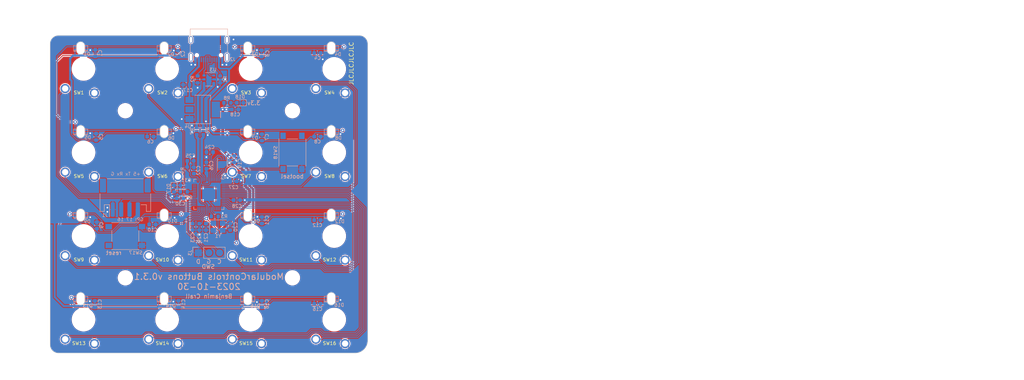
<source format=kicad_pcb>
(kicad_pcb (version 20221018) (generator pcbnew)
  (title_block (title "ModularControls Buttons") (date "2023-10-30") (rev "v0.3.1") (company "Benjamin Crall"))
  (layers (0 "F.Cu" mixed) (31 "B.Cu" mixed) (34 "B.Paste" user) (35 "F.Paste" user) (36 "B.SilkS" user "B.Silkscreen") (37 "F.SilkS" user "F.Silkscreen") (38 "B.Mask" user) (39 "F.Mask" user) (44 "Edge.Cuts" user))
  (net 0 "")
  (net 1 "+5V")
  (net 2 "Net-(D1-DOUT)")
  (net 3 "GND")
  (net 4 "led_data")
  (net 5 "Net-(D2-DOUT)")
  (net 6 "Net-(D3-DOUT)")
  (net 7 "Net-(D4-DOUT)")
  (net 8 "Net-(D5-DOUT)")
  (net 9 "Net-(D6-DOUT)")
  (net 10 "Net-(D7-DOUT)")
  (net 11 "Net-(D8-DOUT)")
  (net 12 "Net-(D10-DIN)")
  (net 13 "Net-(D10-DOUT)")
  (net 14 "Net-(D11-DOUT)")
  (net 15 "Net-(D12-DOUT)")
  (net 16 "tx")
  (net 17 "rx")
  (net 18 "Net-(D13-DOUT)")
  (net 19 "Net-(D14-DOUT)")
  (net 20 "Net-(D15-DOUT)")
  (net 22 "SW1")
  (net 23 "SW2")
  (net 24 "SW3")
  (net 25 "SW4")
  (net 26 "SW5")
  (net 27 "/microcontroller/XR")
  (net 28 "/microcontroller/XIN")
  (net 29 "/microcontroller/AVDD")
  (net 30 "/microcontroller/USB_CC1")
  (net 31 "/microcontroller/USB_DP")
  (net 32 "/microcontroller/USB_DM")
  (net 34 "/microcontroller/USB_CC2")
  (net 36 "SW6")
  (net 37 "SW7")
  (net 38 "SW8")
  (net 39 "SW9")
  (net 40 "SW10")
  (net 41 "SW11")
  (net 42 "SW12")
  (net 43 "SW13")
  (net 44 "SW14")
  (net 45 "SW15")
  (net 46 "SW16")
  (net 48 "/microcontroller/SWDCLK")
  (net 49 "/microcontroller/SWDIO")
  (net 50 "/microcontroller/XOUT")
  (net 51 "/microcontroller/RUN")
  (net 52 "+3V3")
  (net 59 "+1V1")
  (net 64 "Net-(D17-A)")
  (net 65 "Net-(U1-GPIO25)")
  (net 66 "USB_D-")
  (net 67 "USB_D+")
  (net 68 "/microcontroller/QSPI_SD3")
  (net 69 "/microcontroller/QSPI_SCLK")
  (net 70 "/microcontroller/QSPI_SD0")
  (net 71 "/microcontroller/QSPI_SD2")
  (net 72 "/microcontroller/QSPI_SD1")
  (net 73 "/microcontroller/QSPI_CS")
  (net 74 "/microcontroller/USB_PT_D+")
  (net 75 "/microcontroller/USB_PT_D-")
  (net 76 "Net-(D18-A)")
  (footprint "buttons:SW_Gateron_MX_1.00u_Plate" (layer "F.Cu") (at 120 110 180)
    (fp_text reference "SW9")
    (fp_text value "SW_SPST")
  )
  (footprint "buttons:SW_Gateron_MX_1.00u_Plate" (layer "F.Cu") (at 160 130 180)
    (fp_text reference "SW15")
    (fp_text value "SW_SPST")
  )
  (footprint "buttons:SW_Gateron_MX_1.00u_Plate" (layer "F.Cu") (at 140 90 180)
    (fp_text reference "SW6")
    (fp_text value "SW_SPST")
  )
  (footprint "buttons:SW_Gateron_MX_1.00u_Plate" (layer "F.Cu") (at 120 90 180)
    (fp_text reference "SW5")
    (fp_text value "SW_SPST")
  )
  (footprint "MountingHole:MountingHole_3.2mm_M3" (layer "F.Cu") (at 170 80)
    (fp_text reference "H2" hide)
    (fp_text value "MountingHole")
  )
  (footprint "buttons:SW_Gateron_MX_1.00u_Plate" (layer "F.Cu") (at 120 70 180)
    (fp_text reference "SW1")
    (fp_text value "SW_SPST")
  )
  (footprint "buttons:SW_Gateron_MX_1.00u_Plate" (layer "F.Cu") (at 160 90 180)
    (fp_text reference "SW7")
    (fp_text value "SW_SPST")
  )
  (footprint "buttons:SW_Gateron_MX_1.00u_Plate" (layer "F.Cu") (at 140 130 180)
    (fp_text reference "SW14")
    (fp_text value "SW_SPST")
  )
  (footprint "buttons:SW_Gateron_MX_1.00u_Plate" (layer "F.Cu") (at 180 110 180)
    (fp_text reference "SW12")
    (fp_text value "SW_SPST")
  )
  (footprint "MountingHole:MountingHole_3.2mm_M3" (layer "F.Cu") (at 130 120)
    (fp_text reference "H3" hide)
    (fp_text value "MountingHole")
  )
  (footprint "buttons:SW_Gateron_MX_1.00u_Plate" (layer "F.Cu") (at 180 90 180)
    (fp_text reference "SW8")
    (fp_text value "SW_SPST")
  )
  (footprint "buttons:SW_Gateron_MX_1.00u_Plate" (layer "F.Cu") (at 160 110 180)
    (fp_text reference "SW11")
    (fp_text value "SW_SPST")
  )
  (footprint "MountingHole:MountingHole_3.2mm_M3" (layer "F.Cu") (at 130 80)
    (fp_text reference "H1" hide)
    (fp_text value "MountingHole")
  )
  (footprint "buttons:SW_Gateron_MX_1.00u_Plate" (layer "F.Cu") (at 180 130 180)
    (fp_text reference "SW16")
    (fp_text value "SW_SPST")
  )
  (footprint "buttons:SW_Gateron_MX_1.00u_Plate" (layer "F.Cu") (at 180 70 180)
    (fp_text reference "SW4")
    (fp_text value "SW_SPST")
  )
  (footprint "buttons:SW_Gateron_MX_1.00u_Plate" (layer "F.Cu") (at 140 110 180)
    (fp_text reference "SW10")
    (fp_text value "SW_SPST")
  )
  (footprint "MountingHole:MountingHole_3.2mm_M3" (layer "F.Cu") (at 170 120)
    (fp_text reference "H4" hide)
    (fp_text value "MountingHole")
  )
  (footprint "buttons:SW_Gateron_MX_1.00u_Plate" (layer "F.Cu") (at 160 70 180)
    (fp_text reference "SW3")
    (fp_text value "SW_SPST")
  )
  (footprint "buttons:SW_Gateron_MX_1.00u_Plate" (layer "F.Cu") (at 140 70 180)
    (fp_text reference "SW2")
    (fp_text value "SW_SPST")
  )
  (footprint "buttons:SW_Gateron_MX_1.00u_Plate" (layer "F.Cu") (at 120 130 180)
    (fp_text reference "SW13")
    (fp_text value "SW_SPST")
  )
  (footprint "adafruit:Neopixel - Slim Flat - Down" (layer "B.Cu") (at 159.3 65)
    (fp_text reference "D3")
    (fp_text value "WS2812B")
    (fp_line (start -1 -0.5) (end -1 0.5) (stroke (width 0.12)) (layer "Edge.Cuts"))
    (fp_line (start 1 -0.5) (end 1 0.5) (stroke (width 0.12)) (layer "Edge.Cuts"))
    (fp_arc (start -1 -0.5) (mid 0 -1.5) (end 1 -0.5) (stroke (width 0.12)) (layer "Edge.Cuts"))
    (fp_arc (start 1 0.5) (mid 0 1.5) (end -1 0.5) (stroke (width 0.12)) (layer "Edge.Cuts"))
  )
  (footprint "Package_DFN_QFN:QFN-56-1EP_7x7mm_P0.4mm_EP3.2x3.2mm_ThermalVias" (layer "B.Cu") (at 150 100 180)
    (fp_text reference "U1")
    (fp_text value "RP2040")
  )
  (footprint "Connector_PinHeader_2.54mm:PinHeader_1x03_P2.54mm_Vertical" (layer "B.Cu") (at 147.475 114 -90)
    (fp_text reference "J3")
    (fp_text value "Conn_01x03")
  )
  (footprint "Package_SO:TSOP-6_1.65x3.05mm_P0.95mm" (layer "B.Cu") (at 150 72.5 180)
    (fp_text reference "U3")
    (fp_text value "ip4234cz6")
  )
  (footprint "Button_Switch_SMD:SW_Push_1P1T_NO_6x6mm_H9.5mm" (layer "B.Cu") (at 130 110)
    (fp_text reference "SW17")
    (fp_text value "SW_SPST")
  )
  (footprint "Capacitor_SMD:C_0603_1608Metric" (layer "B.Cu") (at 162.7 106.225 90)
    (fp_text reference "C11")
    (fp_text value "10u")
  )
  (footprint "Capacitor_SMD:C_0603_1608Metric" (layer "B.Cu") (at 156.7 101.4)
    (fp_text reference "C28")
    (fp_text value "100n")
  )
  (footprint "adafruit:Neopixel - Slim Flat - Down" (layer "B.Cu") (at 159.3 105)
    (fp_text reference "D11")
    (fp_text value "WS2812B")
    (fp_line (start -1 -0.5) (end -1 0.5) (stroke (width 0.12)) (layer "Edge.Cuts"))
    (fp_line (start 1 -0.5) (end 1 0.5) (stroke (width 0.12)) (layer "Edge.Cuts"))
    (fp_arc (start -1 -0.5) (mid 0 -1.5) (end 1 -0.5) (stroke (width 0.12)) (layer "Edge.Cuts"))
    (fp_arc (start 1 0.5) (mid 0 1.5) (end -1 0.5) (stroke (width 0.12)) (layer "Edge.Cuts"))
  )
  (footprint "Connector_USB:USB_C_Receptacle_Palconn_UTC16-G" (layer "B.Cu") (at 150 65.275)
    (fp_text reference "J2")
    (fp_text value "USB_C_Receptacle_USB2.0")
  )
  (footprint "adafruit:Neopixel - Slim Flat - Down" (layer "B.Cu") (at 119.3 125)
    (fp_text reference "D13")
    (fp_text value "WS2812B")
    (fp_line (start -1 -0.5) (end -1 0.5) (stroke (width 0.12)) (layer "Edge.Cuts"))
    (fp_line (start 1 -0.5) (end 1 0.5) (stroke (width 0.12)) (layer "Edge.Cuts"))
    (fp_arc (start -1 -0.5) (mid 0 -1.5) (end 1 -0.5) (stroke (width 0.12)) (layer "Edge.Cuts"))
    (fp_arc (start 1 0.5) (mid 0 1.5) (end -1 0.5) (stroke (width 0.12)) (layer "Edge.Cuts"))
  )
  (footprint "Capacitor_SMD:C_0603_1608Metric" (layer "B.Cu") (at 144.6 73.8 180)
    (fp_text reference "C17")
    (fp_text value "10u")
  )
  (footprint "Resistor_SMD:R_0603_1608Metric" (layer "B.Cu") (at 147.1 84.875 -90)
    (fp_text reference "R7")
    (fp_text value "22")
  )
  (footprint "adafruit:Neopixel - Slim Flat - Down" (layer "B.Cu") (at 139.3 65)
    (fp_text reference "D2")
    (fp_text value "WS2812B")
    (fp_line (start -1 -0.5) (end -1 0.5) (stroke (width 0.12)) (layer "Edge.Cuts"))
    (fp_line (start 1 -0.5) (end 1 0.5) (stroke (width 0.12)) (layer "Edge.Cuts"))
    (fp_arc (start -1 -0.5) (mid 0 -1.5) (end 1 -0.5) (stroke (width 0.12)) (layer "Edge.Cuts"))
    (fp_arc (start 1 0.5) (mid 0 1.5) (end -1 0.5) (stroke (width 0.12)) (layer "Edge.Cuts"))
  )
  (footprint "Capacitor_SMD:C_0603_1608Metric" (layer "B.Cu") (at 175.975 126.2)
    (fp_text reference "C16")
    (fp_text value "10u")
  )
  (footprint "Capacitor_SMD:C_0603_1608Metric" (layer "B.Cu") (at 142.7 126.275 90)
    (fp_text reference "C14")
    (fp_text value "10u")
  )
  (footprint "adafruit:Neopixel - Slim Flat - Down" (layer "B.Cu") (at 179.3 125)
    (fp_text reference "D16")
    (fp_text value "WS2812B")
    (fp_line (start -1 -0.5) (end -1 0.5) (stroke (width 0.12)) (layer "Edge.Cuts"))
    (fp_line (start 1 -0.5) (end 1 0.5) (stroke (width 0.12)) (layer "Edge.Cuts"))
    (fp_arc (start -1 -0.5) (mid 0 -1.5) (end 1 -0.5) (stroke (width 0.12)) (layer "Edge.Cuts"))
    (fp_arc (start 1 0.5) (mid 0 1.5) (end -1 0.5) (stroke (width 0.12)) (layer "Edge.Cuts"))
  )
  (footprint "Capacitor_SMD:C_0603_1608Metric" (layer "B.Cu") (at 149.3 107.8 -90)
    (fp_text reference "C21")
    (fp_text value "C_XTL")
  )
  (footprint "Capacitor_SMD:C_0603_1608Metric" (layer "B.Cu") (at 142.6 66.425 90)
    (fp_text reference "C2")
    (fp_text value "10u")
  )
  (footprint "Capacitor_SMD:C_0603_1608Metric" (layer "B.Cu") (at 155.9 96.9)
    (fp_text reference "C27")
    (fp_text value "100n")
  )
  (footprint "adafruit:Neopixel - Slim Flat - Down" (layer "B.Cu") (at 179.3 85)
    (fp_text reference "D8")
    (fp_text value "WS2812B")
    (fp_line (start -1 -0.5) (end -1 0.5) (stroke (width 0.12)) (layer "Edge.Cuts"))
    (fp_line (start 1 -0.5) (end 1 0.5) (stroke (width 0.12)) (layer "Edge.Cuts"))
    (fp_arc (start -1 -0.5) (mid 0 -1.5) (end 1 -0.5) (stroke (width 0.12)) (layer "Edge.Cuts"))
    (fp_arc (start 1 0.5) (mid 0 1.5) (end -1 0.5) (stroke (width 0.12)) (layer "Edge.Cuts"))
  )
  (footprint "adafruit:Neopixel - Slim Flat - Down" (layer "B.Cu") (at 139.3 85)
    (fp_text reference "D6")
    (fp_text value "WS2812B")
    (fp_line (start -1 -0.5) (end -1 0.5) (stroke (width 0.12)) (layer "Edge.Cuts"))
    (fp_line (start 1 -0.5) (end 1 0.5) (stroke (width 0.12)) (layer "Edge.Cuts"))
    (fp_arc (start -1 -0.5) (mid 0 -1.5) (end 1 -0.5) (stroke (width 0.12)) (layer "Edge.Cuts"))
    (fp_arc (start 1 0.5) (mid 0 1.5) (end -1 0.5) (stroke (width 0.12)) (layer "Edge.Cuts"))
  )
  (footprint "Capacitor_SMD:C_0603_1608Metric" (layer "B.Cu") (at 162.6 66.3 90)
    (fp_text reference "C3")
    (fp_text value "10u")
  )
  (footprint "adafruit:Neopixel - Slim Flat - Down" (layer "B.Cu") (at 139.3 105)
    (fp_text reference "D10")
    (fp_text value "WS2812B")
    (fp_line (start -1 -0.5) (end -1 0.5) (stroke (width 0.12)) (layer "Edge.Cuts"))
    (fp_line (start 1 -0.5) (end 1 0.5) (stroke (width 0.12)) (layer "Edge.Cuts"))
    (fp_arc (start -1 -0.5) (mid 0 -1.5) (end 1 -0.5) (stroke (width 0.12)) (layer "Edge.Cuts"))
    (fp_arc (start 1 0.5) (mid 0 1.5) (end -1 0.5) (stroke (width 0.12)) (layer "Edge.Cuts"))
  )
  (footprint "Resistor_SMD:R_0603_1608Metric" (layer "B.Cu") (at 144.8 94.3 90)
    (fp_text reference "R4")
    (fp_text value "1")
  )
  (footprint "LED_SMD:LED_0603_1608Metric" (layer "B.Cu") (at 157.48 78.105 180)
    (fp_text reference "D18")
    (fp_text value "LED_GREEN")
  )
  (footprint "Capacitor_SMD:C_0603_1608Metric" (layer "B.Cu") (at 155.1 107.8 90)
    (fp_text reference "C20")
    (fp_text value "C_XTL")
  )
  (footprint "Capacitor_SMD:C_0603_1608Metric" (layer "B.Cu") (at 122.8 66.225 90)
    (fp_text reference "C1")
    (fp_text value "10u")
  )
  (footprint "adafruit:Neopixel - Slim Flat - Down" (layer "B.Cu") (at 179.3 105)
    (fp_text reference "D12")
    (fp_text value "WS2812B")
    (fp_line (start -1 -0.5) (end -1 0.5) (stroke (width 0.12)) (layer "Edge.Cuts"))
    (fp_line (start 1 -0.5) (end 1 0.5) (stroke (width 0.12)) (layer "Edge.Cuts"))
    (fp_arc (start -1 -0.5) (mid 0 -1.5) (end 1 -0.5) (stroke (width 0.12)) (layer "Edge.Cuts"))
    (fp_arc (start 1 0.5) (mid 0 1.5) (end -1 0.5) (stroke (width 0.12)) (layer "Edge.Cuts"))
  )
  (footprint "Capacitor_SMD:C_0603_1608Metric" (layer "B.Cu") (at 145.6 92)
    (fp_text reference "C25")
    (fp_text value "2.2u")
  )
  (footprint "Button_Switch_SMD:SW_Push_1P1T_NO_6x6mm_H9.5mm" (layer "B.Cu") (at 170 90 -90)
    (fp_text reference "SW18")
    (fp_text value "SW_SPST")
  )
  (footprint "Capacitor_SMD:C_0603_1608Metric" (layer "B.Cu") (at 162.7 86.4 90)
    (fp_text reference "C7")
    (fp_text value "10u")
  )
  (footprint "Capacitor_SMD:C_0603_1608Metric" (layer "B.Cu") (at 162.7 126.275 90)
    (fp_text reference "C15")
    (fp_text value "10u")
  )
  (footprint "adafruit:Neopixel - Slim Flat - Down" (layer "B.Cu") (at 119.3 65)
    (fp_text reference "D1")
    (fp_text value "WS2812B")
    (fp_line (start -1 -0.5) (end -1 0.5) (stroke (width 0.12)) (layer "Edge.Cuts"))
    (fp_line (start 1 -0.5) (end 1 0.5) (stroke (width 0.12)) (layer "Edge.Cuts"))
    (fp_arc (start -1 -0.5) (mid 0 -1.5) (end 1 -0.5) (stroke (width 0.12)) (layer "Edge.Cuts"))
    (fp_arc (start 1 0.5) (mid 0 1.5) (end -1 0.5) (stroke (width 0.12)) (layer "Edge.Cuts"))
  )
  (footprint "Capacitor_SMD:C_0603_1608Metric" (layer "B.Cu") (at 176 86.2)
    (fp_text reference "C8")
    (fp_text value "10u")
  )
  (footprint "adafruit:Neopixel - Slim Flat - Down" (layer "B.Cu") (at 179.3 65)
    (fp_text reference "D4")
    (fp_text value "WS2812B")
    (fp_line (start -1 -0.5) (end -1 0.5) (stroke (width 0.12)) (layer "Edge.Cuts"))
    (fp_line (start 1 -0.5) (end 1 0.5) (stroke (width 0.12)) (layer "Edge.Cuts"))
    (fp_arc (start -1 -0.5) (mid 0 -1.5) (end 1 -0.5) (stroke (width 0.12)) (layer "Edge.Cuts"))
    (fp_arc (start 1 0.5) (mid 0 1.5) (end -1 0.5) (stroke (width 0.12)) (layer "Edge.Cuts"))
  )
  (footprint "Capacitor_SMD:C_0603_1608Metric" (layer "B.Cu") (at 147.7 107.8 -90)
    (fp_text reference "C29")
    (fp_text value "100n")
  )
  (footprint "adafruit:Neopixel - Slim Flat - Down" (layer "B.Cu") (at 119.3 85)
    (fp_text reference "D5")
    (fp_text value "WS2812B")
    (fp_line (start -1 -0.5) (end -1 0.5) (stroke (width 0.12)) (layer "Edge.Cuts"))
    (fp_line (start 1 -0.5) (end 1 0.5) (stroke (width 0.12)) (layer "Edge.Cuts"))
    (fp_arc (start -1 -0.5) (mid 0 -1.5) (end 1 -0.5) (stroke (width 0.12)) (layer "Edge.Cuts"))
    (fp_arc (start 1 0.5) (mid 0 1.5) (end -1 0.5) (stroke (width 0.12)) (layer "Edge.Cuts"))
  )
  (footprint "Capacitor_SMD:C_0603_1608Metric" (layer "B.Cu") (at 156.1 91.6 -90)
    (fp_text reference "C19")
    (fp_text value "10u")
  )
  (footprint "Capacitor_SMD:C_0603_1608Metric" (layer "B.Cu") (at 150.2 89.9 180)
    (fp_text reference "C24")
    (fp_text value "100n")
  )
  (footprint "Package_TO_SOT_SMD:SOT-223-3_TabPin2" (layer "B.Cu") (at 148.5 79.7)
    (fp_text reference "U4")
    (fp_text value "AMS1117-3.3")
  )
  (footprint "LED_SMD:LED_0603_1608Metric" (layer "B.Cu") (at 141.65 98.65 -90)
    (fp_text reference "D17")
    (fp_text value "LED_GREEN")
  )
  (footprint "raspi:8-UFDFN" (layer "B.Cu") (at 153.2 92.9 90)
    (fp_text reference "U2")
    (fp_text value "~")
  )
  (footprint "adafruit:Neopixel - Slim Flat - Down" (layer "B.Cu") (at 139.3 125)
    (fp_text reference "D14")
    (fp_text value "WS2812B")
    (fp_line (start -1 -0.5) (end -1 0.5) (stroke (width 0.12)) (layer "Edge.Cuts"))
    (fp_line (start 1 -0.5) (end 1 0.5) (stroke (width 0.12)) (layer "Edge.Cuts"))
    (fp_arc (start -1 -0.5) (mid 0 -1.5) (end 1 -0.5) (stroke (width 0.12)) (layer "Edge.Cuts"))
    (fp_arc (start 1 0.5) (mid 0 1.5) (end -1 0.5) (stroke (width 0.12)) (layer "Edge.Cuts"))
  )
  (footprint "Capacitor_SMD:C_0603_1608Metric" (layer "B.Cu") (at 146.1 107.8 -90)
    (fp_text reference "C23")
    (fp_text value "100n")
  )
  (footprint "adafruit:Neopixel - Slim Flat - Down" (layer "B.Cu") (at 159.3 125)
    (fp_text reference "D15")
    (fp_text value "WS2812B")
    (fp_line (start -1 -0.5) (end -1 0.5) (stroke (width 0.12)) (layer "Edge.Cuts"))
    (fp_line (start 1 -0.5) (end 1 0.5) (stroke (width 0.12)) (layer "Edge.Cuts"))
    (fp_arc (start -1 -0.5) (mid 0 -1.5) (end 1 -0.5) (stroke (width 0.12)) (layer "Edge.Cuts"))
    (fp_arc (start 1 0.5) (mid 0 1.5) (end -1 0.5) (stroke (width 0.12)) (layer "Edge.Cuts"))
  )
  (footprint "Resistor_SMD:R_0603_1608Metric" (layer "B.Cu") (at 147.3 72.5 -90)
    (fp_text reference "R2")
    (fp_text value "5k1")
  )
  (footprint "Capacitor_SMD:C_0603_1608Metric" (layer "B.Cu") (at 149.4 93.1 90)
    (fp_text reference "C26")
    (fp_text value "100n")
  )
  (footprint "Capacitor_SMD:C_0603_1608Metric" (layer "B.Cu") (at 136.5 107.25)
    (fp_text reference "C10")
    (fp_text value "10u")
  )
  (footprint "Capacitor_SMD:C_0603_1608Metric" (layer "B.Cu") (at 136 86.2)
    (fp_text reference "C6")
    (fp_text value "10u")
  )
  (footprint "Capacitor_SMD:C_0603_1608Metric" (layer "B.Cu") (at 144 97.85 180)
    (fp_text reference "C31")
    (fp_text value "100n")
  )
  (footprint "Capacitor_SMD:C_0603_1608Metric" (layer "B.Cu") (at 123 86.25 90)
    (fp_text reference "C5")
    (fp_text value "10u")
  )
  (footprint "Capacitor_SMD:C_0603_1608Metric" (layer "B.Cu") (at 143.1 100.95 180)
    (fp_text reference "C30")
    (fp_text value "100n")
  )
  (footprint "Capacitor_SMD:C_0603_1608Metric" (layer "B.Cu") (at 175.975 106.2)
    (fp_text reference "C12")
    (fp_text value "10u")
  )
  (footprint "Resistor_SMD:R_0603_1608Metric" (layer "B.Cu") (at 152.7 72.5 -90)
    (fp_text reference "R1")
    (fp_text value "5k1")
  )
  (footprint "Resistor_SMD:R_0603_1608Metric" (layer "B.Cu") (at 148.65 84.875 -90)
    (fp_text reference "R6")
    (fp_text value "22")
  )
  (footprint "Connector_JST:JST_PH_S4B-PH-SM4-TB_1x04-1MP_P2.00mm_Horizontal" (layer "B.Cu") (at 130 100.8)
    (fp_text reference "J1")
    (fp_text value "Conn_01x04")
  )
  (footprint "Crystal:Crystal_SMD_3225-4Pin_3.2x2.5mm" (layer "B.Cu") (at 152.2 107.8)
    (fp_text reference "Y1")
    (fp_text value "12MHz")
  )
  (footprint "Capacitor_SMD:C_0603_1608Metric" (layer "B.Cu") (at 122.7 126.3 90)
    (fp_text reference "C13")
    (fp_text value "10u")
  )
  (footprint "Resistor_SMD:R_0603_1608Metric" (layer "B.Cu") (at 151.4 105.3 180)
    (fp_text reference "R3")
    (fp_text value "R")
  )
  (footprint "Capacitor_SMD:C_0603_1608Metric" (layer "B.Cu") (at 175.975 66.2)
    (fp_text reference "C4")
    (fp_text value "10u")
  )
  (footprint "Capacitor_SMD:C_0603_1608Metric" (layer "B.Cu") (at 146.4 94.3 90)
    (fp_text reference "C22")
    (fp_text value "2.2u")
  )
  (footprint "Resistor_SMD:R_0603_1608Metric" (layer "B.Cu") (at 154.415 78.105)
    (fp_text reference "R8")
    (fp_text value "470")
  )
  (footprint "Capacitor_SMD:C_0603_1608Metric" (layer "B.Cu") (at 156.275 79.7)
    (fp_text reference "C18")
    (fp_text value "22u")
  )
  (footprint "Resistor_SMD:R_0603_1608Metric" (layer "B.Cu") (at 144 99.4 180)
    (fp_text reference "R5")
    (fp_text value "470")
  )
  (footprint "adafruit:Neopixel - Slim Flat - Down" (layer "B.Cu") (at 119.3 105)
    (fp_text reference "D9")
    (fp_text value "WS2812B")
    (fp_line (start -1 -0.5) (end -1 0.5) (stroke (width 0.12)) (layer "Edge.Cuts"))
    (fp_line (start 1 -0.5) (end 1 0.5) (stroke (width 0.12)) (layer "Edge.Cuts"))
    (fp_arc (start -1 -0.5) (mid 0 -1.5) (end 1 -0.5) (stroke (width 0.12)) (layer "Edge.Cuts"))
    (fp_arc (start 1 0.5) (mid 0 1.5) (end -1 0.5) (stroke (width 0.12)) (layer "Edge.Cuts"))
  )
  (footprint "Capacitor_SMD:C_0603_1608Metric" (layer "B.Cu") (at 123.2 107.45 90)
    (fp_text reference "C9")
    (fp_text value "10u")
  )
  (footprint "adafruit:Neopixel - Slim Flat - Down" (layer "B.Cu") (at 159.3 85)
    (fp_text reference "D7")
    (fp_text value "WS2812B")
    (fp_line (start -1 -0.5) (end -1 0.5) (stroke (width 0.12)) (layer "Edge.Cuts"))
    (fp_line (start 1 -0.5) (end 1 0.5) (stroke (width 0.12)) (layer "Edge.Cuts"))
    (fp_arc (start -1 -0.5) (mid 0 -1.5) (end 1 -0.5) (stroke (width 0.12)) (layer "Edge.Cuts"))
    (fp_arc (start 1 0.5) (mid 0 1.5) (end -1 0.5) (stroke (width 0.12)) (layer "Edge.Cuts"))
  )
  (gr_line (start 112 64) (end 112 136) (stroke (width 0.1)) (layer "Edge.Cuts"))
  (gr_line (start 186 62) (end 114 62) (stroke (width 0.1)) (layer "Edge.Cuts"))
  (gr_arc (start 188 135) (mid 187.12132 137.12132) (end 185 138) (stroke (width 0.1)) (layer "Edge.Cuts"))
  (gr_arc (start 186 62) (mid 187.414214 62.585786) (end 188 64) (stroke (width 0.1)) (layer "Edge.Cuts"))
  (gr_line (start 114 138) (end 185 138) (stroke (width 0.1)) (layer "Edge.Cuts"))
  (gr_arc (start 114 138) (mid 112.585786 137.414214) (end 112 136) (stroke (width 0.1)) (layer "Edge.Cuts"))
  (gr_arc (start 112 64) (mid 112.585786 62.585786) (end 114 62) (stroke (width 0.1)) (layer "Edge.Cuts"))
  (gr_line (start 188 135) (end 188 64) (stroke (width 0.1)) (layer "Edge.Cuts"))
  (gr_text "${TITLE} ${REVISION}\n${ISSUE_DATE}" (at 150 123) (layer "B.SilkS") (effects (font (size 1.5 1.5) (thickness 0.2)) (justify bottom mirror)))
  (gr_text "SWD" (at 151.5 117.9) (layer "B.SilkS") (effects (font (size 1 1)) (justify left bottom mirror)))
  (gr_text "C  G  D" (at 153.1 116.7) (layer "B.SilkS") (effects (font (size 1 1)) (justify left bottom mirror)))
  (gr_text "bootsel" (at 172.8 96.3) (layer "B.SilkS") (effects (font (size 1 1)) (justify left bottom mirror)))
  (gr_text "reset" (at 129.2 114.6) (layer "B.SilkS") (effects (font (size 1 1)) (justify left bottom mirror)))
  (gr_text "+5 Tx Rx G" (at 133.7 95.6) (layer "B.SilkS") (effects (font (size 0.8 0.8) (thickness 0.1)) (justify left bottom mirror)))
  (gr_text "GP: 17 16" (at 134.4 106.5) (layer "B.SilkS") (effects (font (size 0.8 0.8) (thickness 0.1)) (justify left bottom mirror)))
  (gr_text "${COMPANY}" (at 150 125) (layer "B.SilkS") (effects (font (size 1 1)) (justify bottom mirror)))
  (gr_text "3.3v" (at 162.433 78.74) (layer "B.SilkS") (effects (font (size 1 1)) (justify left bottom mirror)))
  (gr_text "JLCJLCJLCJLC" (at 184.7 73.95 90) (layer "F.SilkS") (effects (font (size 1 1)) (justify left bottom)))
  (segment (start 160.602593 106.602593) (end 160.602593 98.802593) (width 0.5) (layer "F.Cu") (net 1))
  (segment (start 160.602593 98.802593) (end 159.5 97.7) (width 0.5) (layer "F.Cu") (net 1))
  (segment (start 159.5 94.2) (end 154.4 89.1) (width 0.5) (layer "F.Cu") (net 1))
  (segment (start 154.4 89.1) (end 154.4 85.4) (width 0.5) (layer "F.Cu") (net 1))
  (segment (start 159.5 97.7) (end 159.5 94.2) (width 0.5) (layer "F.Cu") (net 1))
  (via (at 160.602593 106.602593) (size 0.8) (drill 0.4) (layers "F.Cu" "B.Cu") (net 1))
  (via (at 154.4 85.4) (size 0.8) (drill 0.4) (layers "F.Cu" "B.Cu") (net 1))
  (segment (start 157.95 105.85) (end 157.95 105.3) (width 0.2) (layer "B.Cu") (net 1))
  (segment (start 117.95 106.7) (end 113.1 106.7) (width 0.5) (layer "B.Cu") (net 1))
  (segment (start 113.1 124.6) (end 115.252593 126.752593) (width 0.5) (layer "B.Cu") (net 1))
  (segment (start 161.2 86.9) (end 161.475 87.175) (width 0.2) (layer "B.Cu") (net 1))
  (segment (start 125.33137 106.2) (end 131.978681 106.2) (width 1) (layer "B.Cu") (net 1))
  (segment (start 135.725 107.25) (end 135.725 105.325) (width 0.2) (layer "B.Cu") (net 1))
  (segment (start 121.05 106.7) (end 122.575 108.225) (width 0.2) (layer "B.Cu") (net 1))
  (segment (start 120.73137 101.6) (end 125.33137 106.2) (width 1) (layer "B.Cu") (net 1))
  (segment (start 158.244814 127.05) (end 163.45 127.05) (width 0.2) (layer "B.Cu") (net 1))
  (segment (start 175.225 86.2) (end 175.225 85.575) (width 0.2) (layer "B.Cu") (net 1))
  (segment (start 116.8 67.5) (end 117.5 66.8) (width 0.5) (layer "B.Cu") (net 1))
  (segment (start 152.7 69.9) (end 155.1 69.9) (width 0.5) (layer "B.Cu") (net 1))
  (segment (start 161.425 67.075) (end 163.225 67.075) (width 0.2) (layer "B.Cu") (net 1))
  (segment (start 117.15 85.3) (end 117.15 85.75) (width 0.2) (layer "B.Cu") (net 1))
  (segment (start 141.184062 126.8) (end 141.434062 127.05) (width 0.5) (layer "B.Cu") (net 1))
  (segment (start 135.225 85.325) (end 135.2 85.3) (width 0.2) (layer "B.Cu") (net 1))
  (segment (start 154.8 72.802082) (end 154.8 69.9) (width 0.5) (layer "B.Cu") (net 1))
  (segment (start 121.184062 66.8) (end 118 66.8) (width 0.5) (layer "B.Cu") (net 1))
  (segment (start 165.2 125.3) (end 175.2 125.3) (width 0.2) (layer "B.Cu") (net 1))
  (segment (start 117.95 85.3) (end 117.15 85.3) (width 0.2) (layer "B.Cu") (net 1))
  (segment (start 175.2 66.2) (end 175.2 65.3) (width 0.2) (layer "B.Cu") (net 1))
  (segment (start 175.2 105.3) (end 177.95 105.3) (width 0.2) (layer "B.Cu") (net 1))
  (segment (start 175.225 85.575) (end 175.5 85.3) (width 0.2) (layer "B.Cu") (net 1))
  (segment (start 137.952593 126.8) (end 141.184062 126.8) (width 0.5) (layer "B.Cu") (net 1))
  (segment (start 137.95 66.75) (end 137.9 66.8) (width 0.2) (layer "B.Cu") (net 1))
  (segment (start 122.575 108.225) (end 123.2 108.225) (width 0.2) (layer "B.Cu") (net 1))
  (segment (start 117.15 72.85) (end 116.8 72.5) (width 0.5) (layer "B.Cu") (net 1))
  (segment (start 147.6 67.785) (end 147.6 69.4) (width 0.5) (layer "B.Cu") (net 1))
  (segment (start 145.35 71.65) (end 145.35 77.4) (width 0.5) (layer "B.Cu") (net 1))
  (segment (start 117.95 125.3) (end 117.95 126.702593) (width 0.2) (layer "B.Cu") (net 1))
  (segment (start 117.95 65.3) (end 117.95 66.75) (width 0.2) (layer "B.Cu") (net 1))
  (segment (start 156.9 85.3) (end 157.95 85.3) (width 0.2) (layer "B.Cu") (net 1))
  (segment (start 135.725 105.325) (end 135.75 105.3) (width 0.2) (layer "B.Cu") (net 1))
  (segment (start 135.2 85.3) (end 137.95 85.3) (width 0.2) (layer "B.Cu") (net 1))
  (segment (start 165.2 105.3) (end 175.2 105.3) (width 0.2) (layer "B.Cu") (net 1))
  (segment (start 141.584062 67.2) (end 141.184062 66.8) (width 0.5) (layer "B.Cu") (net 1))
  (segment (start 137.95 126.802593) (end 137.95 125.3) (width 0.2) (layer "B.Cu") (net 1))
  (segment (start 116.8 72.5) (end 116.8 67.5) (width 0.5) (layer "B.Cu") (net 1))
  (segment (start 175.5 85.3) (end 177.95 85.3) (width 0.2) (layer "B.Cu") (net 1))
  (segment (start 157.947407 126.752593) (end 158.244814 127.05) (width 0.2) (layer "B.Cu") (net 1))
  (segment (start 157.95 126.75) (end 157.947407 126.752593) (width 0.2) (layer "B.Cu") (net 1))
  (segment (start 165 65.3) (end 175.2 65.3) (width 0.2) (layer "B.Cu") (net 1))
  (segment (start 163.225 67.075) (end 165 65.3) (width 0.2) (layer "B.Cu") (net 1))
  (segment (start 137.7 67) (end 121.384062 67) (width 0.5) (layer "B.Cu") (net 1))
  (segment (start 150.2 84.502082) (end 150.2 77.402082) (width 0.5) (layer "B.Cu") (net 1))
  (segment (start 117.15 85.75) (end 118.425 87.025) (width 0.2) (layer "B.Cu") (net 1))
  (segment (start 158.3 86.9) (end 161.2 86.9) (width 0.2) (layer "B.Cu") (net 1))
  (segment (start 117.5 66.8) (end 118 66.8) (width 0.5) (layer "B.Cu") (net 1))
  (segment (start 116.4 101.6) (end 120.73137 101.6) (width 1) (layer "B.Cu") (net 1))
  (segment (start 135.75 105.3) (end 137.95 105.3) (width 0.2) (layer "B.Cu") (net 1))
  (segment (start 152.4 69.6) (end 152.7 69.9) (width 0.5) (layer "B.Cu") (net 1))
  (segment (start 161.402593 106.602593) (end 161.8 107) (width 0.2) (layer "B.Cu") (net 1))
  (segment (start 152.4 67.785) (end 152.4 69.6) (width 0.5) (layer "B.Cu") (net 1))
  (segment (start 117.95 66.75) (end 118 66.8) (width 0.2) (layer "B.Cu") (net 1))
  (segment (start 117.95 106.7) (end 121.05 106.7) (width 0.2) (layer "B.Cu") (net 1))
  (segment (start 142.6 67.2) (end 141.584062 67.2) (width 0.5) (layer "B.Cu") (net 1))
  (segment (start 115.252593 126.752593) (end 118 126.752593) (width 0.5) (layer "B.Cu") (net 1))
  (segment (start 162.7 107) (end 163.5 107) (width 0.2) (layer "B.Cu") (net 1))
  (segment (start 123.2 108.225) (end 123.2 108.8) (width 0.2) (layer "B.Cu") (net 1))
  (segment (start 121.384062 67) (end 121.184062 66.8) (width 0.5) (layer "B.Cu") (net 1))
  (segment (start 133 105.178681) (end 133 103.65) (width 1) (layer "B.Cu") (net 1))
  (segment (start 154.4 85.4) (end 151.097918 85.4) (width 0.5) (layer "B.Cu") (net 1))
  (segment (start 150.2 77.402082) (end 154.8 72.802082) (width 0.5) (layer "B.Cu") (net 1))
  (segment (start 123.2 108.8) (end 123.5 109.1) (width 0.2) (layer "B.Cu") (net 1))
  (segment (start 161.15 66.8) (end 161.425 67.075) (width 0.2) (layer "B.Cu") (net 1))
  (segment (start 117.95 106.7) (end 117.95 105.3) (width 0.2) (layer "B.Cu") (net 1))
  (segment (start 160.602593 106.602593) (end 158.702593 106.602593) (width 0.2) (layer "B.Cu") (net 1))
  (segment (start 157.65 127.05) (end 157.947407 126.752593) (width 0.5) (layer "B.Cu") (net 1))
  (segment (start 158.2 66.8) (end 155.1 69.9) (width 0.5) (layer "B.Cu") (net 1))
  (segment (start 156.8 85.4) (end 158.3 86.9) (width 0.2) (layer "B.Cu") (net 1))
  (segment (start 113.1 104.9) (end 113.1 106.7) (width 0.2) (layer "B.Cu") (net 1))
  (segment (start 174.3 86.2) (end 175.225 86.2) (width 0.2) (layer "B.Cu") (net 1))
  (segment (start 158.702593 106.602593) (end 157.95 105.85) (width 0.2) (layer "B.Cu") (net 1))
  (segment (start 147.6 69.4) (end 145.35 71.65) (width 0.5) (layer "B.Cu") (net 1))
  (segment (start 161.475 87.175) (end 173.325 87.175) (width 0.2) (layer "B.Cu") (net 1))
  (segment (start 123.675 87.025) (end 125.4 85.3) (width 0.2) (layer "B.Cu") (net 1))
  (segment (start 173.325 87.175) (end 174.3 86.2) (width 0.2) (layer "B.Cu") (net 1))
  (segment (start 113.1 106.7) (end 113.1 124.6) (width 0.5) (layer "B.Cu") (net 1))
  (segment (start 141.184062 66.8) (end 137.9 66.8) (width 0.5) (layer "B.Cu") (net 1))
  (segment (start 175.2 65.3) (end 177.95 65.3) (width 0.2) (layer "B.Cu") (net 1))
  (segment (start 158.2 66.8) (end 157.95 66.55) (width 0.2) (layer "B.Cu") (net 1))
  (segment (start 113.1 104.9) (end 116.4 101.6) (width 1) (layer "B.Cu") (net 1))
  (segment (start 135.225 86.2) (end 135.225 85.325) (width 0.2) (layer "B.Cu") (net 1))
  (segment (start 163.5 107) (end 165.2 105.3) (width 0.2) (layer "B.Cu") (net 1))
  (segment (start 137.677593 127.075) (end 121.459062 127.075) (width 0.5) (layer "B.Cu") (net 1))
  (segment (start 132.475736 107.4) (end 134.575736 105.3) (width 0.2) (layer "B.Cu") (net 1))
  (segment (start 137.95 65.3) (end 137.95 66.75) (width 0.2) (layer "B.Cu") (net 1))
  (segment (start 128.78995 107.4) (end 132.475736 107.4) (width 0.2) (layer "B.Cu") (net 1))
  (segment (start 118.425 87.025) (end 123.675 87.025) (width 0.2) (layer "B.Cu") (net 1))
  (segment (start 175.2 106.2) (end 175.2 105.3) (width 0.2) (layer "B.Cu") (net 1))
  (segment (start 175.2 125.3) (end 177.95 125.3) (width 0.2) (layer "B.Cu") (net 1))
  (segment (start 145.35 72.5) (end 148.84 72.5) (width 0.2) (layer "B.Cu") (net 1))
  (segment (start 117.95 126.702593) (end 118 126.752593) (width 0.2) (layer "B.Cu") (net 1))
  (segment (start 131.978681 106.2) (end 133 105.178681) (width 1) (layer "B.Cu") (net 1))
  (segment (start 127.08995 109.1) (end 128.78995 107.4) (width 0.2) (layer "B.Cu") (net 1))
  (segment (start 134.575736 105.3) (end 135.75 105.3) (width 0.2) (layer "B.Cu") (net 1))
  (segment (start 158.2 66.8) (end 161.15 66.8) (width 0.2) (layer "B.Cu") (net 1))
  (segment (start 137.677593 127.075) (end 137.95 126.802593) (width 0.2) (layer "B.Cu") (net 1))
  (segment (start 137.9 66.8) (end 137.7 67) (width 0.5) (layer "B.Cu") (net 1))
  (segment (start 125.4 85.3) (end 135.2 85.3) (width 0.2) (layer "B.Cu") (net 1))
  (segment (start 121.459062 127.075) (end 121.136655 126.752593) (width 0.5) (layer "B.Cu") (net 1))
  (segment (start 151.097918 85.4) (end 150.2 84.502082) (width 0.5) (layer "B.Cu") (net 1))
  (segment (start 117.15 85.25) (end 117.15 72.85) (width 0.5) (layer "B.Cu") (net 1))
  (segment (start 141.434062 127.05) (end 157.65 127.05) (width 0.5) (layer "B.Cu") (net 1))
  (segment (start 157.95 125.3) (end 157.95 126.75) (width 0.2) (layer "B.Cu") (net 1))
  (segment (start 175.2 126.2) (end 175.2 125.3) (width 0.2) (layer "B.Cu") (net 1))
  (segment (start 123.5 109.1) (end 127.08995 109.1) (width 0.2) (layer "B.Cu") (net 1))
  (segment (start 121.136655 126.752593) (end 118 126.752593) (width 0.5) (layer "B.Cu") (net 1))
  (segment (start 157.95 66.55) (end 157.95 65.3) (width 0.2) (layer "B.Cu") (net 1))
  (segment (start 161.8 107) (end 162.7 107) (width 0.2) (layer "B.Cu") (net 1))
  (segment (start 160.602593 106.602593) (end 161.402593 106.602593) (width 0.2) (layer "B.Cu") (net 1))
  (segment (start 137.677593 127.075) (end 137.952593 126.8) (width 0.5) (layer "B.Cu") (net 1))
  (segment (start 156.8 85.4) (end 156.9 85.3) (width 0.2) (layer "B.Cu") (net 1))
  (segment (start 163.45 127.05) (end 165.2 125.3) (width 0.2) (layer "B.Cu") (net 1))
  (segment (start 156.8 85.4) (end 154.4 85.4) (width 0.5) (layer "B.Cu") (net 1))
  (segment (start 120.65 64.7) (end 137.95 64.7) (width 0.2) (layer "B.Cu") (net 2))
  (via (at 143.5 82) (size 0.8) (drill 0.4) (layers "F.Cu" "B.Cu") (net 3))
  (via (at 161.6 85.5) (size 0.8) (drill 0.4) (layers "F.Cu" "B.Cu") (net 3))
  (via (at 149.7245 85.842164) (size 0.8) (drill 0.4) (layers "F.Cu" "B.Cu") (net 3))
  (via (at 121.6 65.5) (size 0.8) (drill 0.4) (layers "F.Cu" "B.Cu") (net 3))
  (via (at 141.6 65.6) (size 0.8) (drill 0.4) (layers "F.Cu" "B.Cu") (net 3))
  (via (at 181.6 105.8) (size 0.8) (drill 0.4) (layers "F.Cu" "B.Cu") (net 3))
  (via (at 141.5 125.7) (size 0.8) (drill 0.4) (layers "F.Cu" "B.Cu") (net 3))
  (via (at 147.7 109.7) (size 0.8) (drill 0.4) (layers "F.Cu" "B.Cu") (net 3))
  (via (at 153.9 72.5) (size 0.8) (drill 0.4) (layers "F.Cu" "B.Cu") (net 3))
  (via (at 181.5 85.6) (size 0.8) (drill 0.4) (layers "F.Cu" "B.Cu") (net 3))
  (via (at 141.5 85.4) (size 0.8) (drill 0.4) (layers "F.Cu" "B.Cu") (net 3))
  (via (at 146.4 90.9) (size 0.8) (drill 0.4) (layers "F.Cu" "B.Cu") (net 3))
  (via (at 141.208836 100.491164) (size 0.8) (drill 0.4) (layers "F.Cu" "B.Cu") (net 3))
  (via (at 141.8 105.6) (size 0.8) (drill 0.4) (layers "F.Cu" "B.Cu") (net 3))
  (via (at 153.3 104.5) (size 0.8) (drill 0.4) (layers "F.Cu" "B.Cu") (net 3))
  (via (at 125.7 103.2) (size 0.8) (drill 0.4) (layers "F.Cu" "B.Cu") (net 3))
  (via (at 161.5 65.5) (size 0.8) (drill 0.4) (layers "F.Cu" "B.Cu") (net 3))
  (via (at 161.5 125.8) (size 0.8) (drill 0.4) (layers "F.Cu" "B.Cu") (net 3))
  (via (at 158.6 101.4) (size 0.8) (drill 0.4) (layers "F.Cu" "B.Cu") (net 3))
  (via (at 146.7 69) (size 0.8) (drill 0.4) (layers "F.Cu" "B.Cu") (net 3))
  (via (at 149.4 91.1) (size 0.8) (drill 0.4) (layers "F.Cu" "B.Cu") (net 3))
  (via (at 161.6 105.4) (size 0.8) (drill 0.4) (layers "F.Cu" "B.Cu") (net 3))
  (via (at 125.7 104.2) (size 0.8) (drill 0.4) (layers "F.Cu" "B.Cu") (net 3))
  (via (at 145.95 85.1) (size 0.8) (drill 0.4) (layers "F.Cu" "B.Cu") (net 3))
  (via (at 121.6 85.4) (size 0.8) (drill 0.4) (layers "F.Cu" "B.Cu") (net 3))
  (via (at 181.5 125.3) (size 0.8) (drill 0.4) (layers "F.Cu" "B.Cu") (net 3))
  (via (at 147.3 74.5) (size 0.8) (drill 0.4) (layers "F.Cu" "B.Cu") (net 3))
  (via (at 154.2 69) (size 0.8) (drill 0.4) (layers "F.Cu" "B.Cu") (net 3))
  (via (at 152.1 74.3) (size 0.8) (drill 0.4) (layers "F.Cu" "B.Cu") (net 3))
  (via (at 157.7 96.7) (size 0.8) (drill 0.4) (layers "F.Cu" "B.Cu") (net 3))
  (via (at 155.9 62.95) (size 0.8) (drill 0.4) (layers "F.Cu" "B.Cu") (net 3))
  (via (at 177.25 67.7) (size 0.8) (drill 0.4) (layers "F.Cu" "B.Cu") (net 3))
  (via (at 149.3 82.55) (size 0.8) (drill 0.4) (layers "F.Cu" "B.Cu") (net 3))
  (via (at 154.9 92.5) (size 0.8) (drill 0.4) (layers "F.Cu" "B.Cu") (net 3))
  (via (at 145.8 69) (size 0.8) (drill 0.4) (layers "F.Cu" "B.Cu") (net 3))
  (via (at 145.95 83.55) (size 0.8) (drill 0.4) (layers "F.Cu" "B.Cu") (net 3))
  (via (at 121.5 125.6) (size 0.8) (drill 0.4) (layers "F.Cu" "B.Cu") (net 3))
  (via (at 153.2495 69) (size 0.8) (drill 0.4) (layers "F.Cu" "B.Cu") (net 3))
  (via (at 121.6 105.5) (size 0.8) (drill 0.4) (layers "F.Cu" "B.Cu") (net 3))
  (segment (start 152.45 93.55) (end 153.5 92.5) (width 0.2) (layer "B.Cu") (net 3))
  (segment (start 151.530026 104.5) (end 151 103.969974) (width 0.2) (layer "B.Cu") (net 3))
  (segment (start 153.9 72.5) (end 153.65 72.5) (width 0.5) (layer "B.Cu") (net 3))
  (segment (start 151 102.8) (end 150 101.8) (width 0.2) (layer "B.Cu") (net 3))
  (segment (start 150 101.8) (end 150 100) (width 0.2) (layer "B.Cu") (net 3))
  (segment (start 153.5 92.5) (end 154.9 92.5) (width 0.2) (layer "B.Cu") (net 3))
  (segment (start 152.7 72.525) (end 152.7 73.325) (width 0.5) (layer "B.Cu") (net 3))
  (segment (start 152.45 94.1) (end 152.45 93.55) (width 0.2) (layer "B.Cu") (net 3))
  (segment (start 151.185 72.525) (end 152.7 72.525) (width 0.5) (layer "B.Cu") (net 3))
  (segment (start 151 103.969974) (end 151 103.4375) (width 0.2) (layer "B.Cu") (net 3))
  (segment (start 153.3 104.5) (end 153.3 106.75) (width 0.2) (layer "B.Cu") (net 3))
  (segment (start 151.16 72.5) (end 151.185 72.525) (width 0.5) (layer "B.Cu") (net 3))
  (segment (start 153.9 72.5) (end 153.875 72.525) (width 0.5) (layer "B.Cu") (net 3))
  (segment (start 153.875 72.525) (end 152.7 72.525) (width 0.5) (layer "B.Cu") (net 3))
  (segment (start 153.3 104.5) (end 151.530026 104.5) (width 0.2) (layer "B.Cu") (net 3))
  (segment (start 151 103.4375) (end 151 102.8) (width 0.2) (layer "B.Cu") (net 3))
  (segment (start 153.65 72.5) (end 153.625 72.525) (width 0.5) (layer "B.Cu") (net 3))
  (segment (start 118.934316 100.8) (end 113.7 95.565685) (width 0.2) (layer "B.Cu") (net 4))
  (segment (start 146.5625 102.6) (end 146 102.6) (width 0.2) (layer "B.Cu") (net 4))
  (segment (start 145.45 103.15) (end 141.181372 103.15) (width 0.2) (layer "B.Cu") (net 4))
  (segment (start 113.7 95.565685) (end 113.7 67) (width 0.2) (layer "B.Cu") (net 4))
  (segment (start 138.831372 100.8) (end 118.934316 100.8) (width 0.2) (layer "B.Cu") (net 4))
  (segment (start 146 102.6) (end 145.45 103.15) (width 0.2) (layer "B.Cu") (net 4))
  (segment (start 113.7 67) (end 116 64.7) (width 0.2) (layer "B.Cu") (net 4))
  (segment (start 116 64.7) (end 117.95 64.7) (width 0.2) (layer "B.Cu") (net 4))
  (segment (start 141.181372 103.15) (end 138.831372 100.8) (width 0.2) (layer "B.Cu") (net 4))
  (segment (start 142.551012 64.6005) (end 142.650512 64.7) (width 0.2) (layer "F.Cu") (net 5))
  (segment (start 142.650512 64.7) (end 156.2 64.7) (width 0.2) (layer "F.Cu") (net 5))
  (via (at 156.2 64.7) (size 0.8) (drill 0.4) (layers "F.Cu" "B.Cu") (net 5))
  (via (at 142.551012 64.6005) (size 0.8) (drill 0.4) (layers "F.Cu" "B.Cu") (net 5))
  (segment (start 156.2 64.7) (end 157.95 64.7) (width 0.2) (layer "B.Cu") (net 5))
  (segment (start 142.551012 64.6005) (end 142.451512 64.7) (width 0.2) (layer "B.Cu") (net 5))
  (segment (start 142.451512 64.7) (end 140.65 64.7) (width 0.2) (layer "B.Cu") (net 5))
  (segment (start 160.65 64.7) (end 177.95 64.7) (width 0.2) (layer "B.Cu") (net 6))
  (segment (start 156.95 66.8) (end 180.2 66.8) (width 0.2) (layer "F.Cu") (net 7))
  (segment (start 144.25 65.1) (end 155.25 65.1) (width 0.2) (layer "F.Cu") (net 7))
  (segment (start 118 82.7) (end 115.3 82.7) (width 0.2) (layer "F.Cu") (net 7))
  (segment (start 155.25 65.1) (end 156.95 66.8) (width 0.2) (layer "F.Cu") (net 7))
  (segment (start 113.4 68.4) (end 115 66.8) (width 0.2) (layer "F.Cu") (net 7))
  (segment (start 180.2 66.8) (end 182.3 64.7) (width 0.2) (layer "F.Cu") (net 7))
  (segment (start 115 66.8) (end 142.55 66.8) (width 0.2) (layer "F.Cu") (net 7))
  (segment (start 142.55 66.8) (end 144.25 65.1) (width 0.2) (layer "F.Cu") (net 7))
  (segment (start 115.3 82.7) (end 113.4 80.8) (width 0.2) (layer "F.Cu") (net 7))
  (segment (start 113.4 80.8) (end 113.4 68.4) (width 0.2) (layer "F.Cu") (net 7))
  (via (at 118 82.7) (size 0.8) (drill 0.4) (layers "F.Cu" "B.Cu") (net 7))
  (via (at 182.3 64.7) (size 0.8) (drill 0.4) (layers "F.Cu" "B.Cu") (net 7))
  (segment (start 180.65 64.7) (end 182.3 64.7) (width 0.2) (layer "B.Cu") (net 7))
  (segment (start 118 82.7) (end 117.95 82.75) (width 0.2) (layer "B.Cu") (net 7))
  (segment (start 117.95 82.75) (end 117.95 84.7) (width 0.2) (layer "B.Cu") (net 7))
  (segment (start 120.65 84.7) (end 137.95 84.7) (width 0.2) (layer "B.Cu") (net 8))
  (segment (start 142.1 84.3) (end 151.2 84.3) (width 0.2) (layer "F.Cu") (net 9))
  (via (at 142.1 84.3) (size 0.8) (drill 0.4) (layers "F.Cu" "B.Cu") (net 9))
  (via (at 151.2 84.3) (size 0.8) (drill 0.4) (layers "F.Cu" "B.Cu") (net 9))
  (segment (start 140.65 84.7) (end 141.7 84.7) (width 0.2) (layer "B.Cu") (net 9))
  (segment (start 151.2 84.3) (end 151.6 84.7) (width 0.2) (layer "B.Cu") (net 9))
  (segment (start 141.7 84.7) (end 142.1 84.3) (width 0.2) (layer "B.Cu") (net 9))
  (segment (start 151.6 84.7) (end 157.95 84.7) (width 0.2) (layer "B.Cu") (net 9))
  (segment (start 160.65 84.7) (end 177.95 84.7) (width 0.2) (layer "B.Cu") (net 10))
  (segment (start 184.4 87.1) (end 184.4 126.165686) (width 0.2) (layer "F.Cu") (net 11))
  (segment (start 114.2 107.2) (end 116.7 104.7) (width 0.2) (layer "F.Cu") (net 11))
  (segment (start 117.784314 127.05) (end 114.2 123.465686) (width 0.2) (layer "F.Cu") (net 11))
  (segment (start 183.415686 127.15) (end 183.315686 127.05) (width 0.2) (layer "F.Cu") (net 11))
  (segment (start 183.315686 127.05) (end 117.784314 127.05) (width 0.2) (layer "F.Cu") (net 11))
  (segment (start 182 84.7) (end 184.4 87.1) (width 0.2) (layer "F.Cu") (net 11))
  (segment (start 184.4 126.165686) (end 183.415686 127.15) (width 0.2) (layer "F.Cu") (net 11))
  (segment (start 114.2 123.465686) (end 114.2 107.2) (width 0.2) (layer "F.Cu") (net 11))
  (via (at 116.7 104.7) (size 0.8) (drill 0.4) (layers "F.Cu" "B.Cu") (net 11))
  (via (at 182 84.7) (size 0.8) (drill 0.4) (layers "F.Cu" "B.Cu") (net 11))
  (segment (start 180.65 84.7) (end 182 84.7) (width 0.2) (layer "B.Cu") (net 11))
  (segment (start 117.95 104.7) (end 116.7 104.7) (width 0.2) (layer "B.Cu") (net 11))
  (segment (start 124.4 106.4) (end 122.7 104.7) (width 0.2) (layer "B.Cu") (net 12))
  (segment (start 125.125736 108.7) (end 124.4 107.974264) (width 0.2) (layer "B.Cu") (net 12))
  (segment (start 137.95 104.7) (end 134.61005 104.7) (width 0.2) (layer "B.Cu") (net 12))
  (segment (start 134.61005 104.7) (end 132.31005 107) (width 0.2) (layer "B.Cu") (net 12))
  (segment (start 124.4 107.974264) (end 124.4 106.4) (width 0.2) (layer "B.Cu") (net 12))
  (segment (start 128.624264 107) (end 126.924264 108.7) (width 0.2) (layer "B.Cu") (net 12))
  (segment (start 132.31005 107) (end 128.624264 107) (width 0.2) (layer "B.Cu") (net 12))
  (segment (start 126.924264 108.7) (end 125.125736 108.7) (width 0.2) (layer "B.Cu") (net 12))
  (segment (start 122.7 104.7) (end 120.65 104.7) (width 0.2) (layer "B.Cu") (net 12))
  (segment (start 151.3 111.6) (end 151.1 111.4) (width 0.2) (layer "F.Cu") (net 13))
  (segment (start 151.1 111.4) (end 146.8 111.4) (width 0.2) (layer "F.Cu") (net 13))
  (segment (start 146.8 111.4) (end 143.4 108) (width 0.2) (layer "F.Cu") (net 13))
  (segment (start 143.4 108) (end 143.4 104.7) (width 0.2) (layer "F.Cu") (net 13))
  (segment (start 156.6 111.6) (end 151.3 111.6) (width 0.2) (layer "F.Cu") (net 13))
  (via (at 143.4 104.7) (size 0.8) (drill 0.4) (layers "F.Cu" "B.Cu") (net 13))
  (via (at 156.6 111.6) (size 0.8) (drill 0.4) (layers "F.Cu" "B.Cu") (net 13))
  (segment (start 156.6 111.6) (end 156.6 105.834312) (width 0.2) (layer "B.Cu") (net 13))
  (segment (start 156.6 105.834312) (end 157.634312 104.8) (width 0.2) (layer "B.Cu") (net 13))
  (segment (start 143.4 104.7) (end 140.65 104.7) (width 0.2) (layer "B.Cu") (net 13))
  (segment (start 157.634312 104.8) (end 157.95 104.8) (width 0.2) (layer "B.Cu") (net 13))
  (segment (start 160.65 104.7) (end 177.95 104.7) (width 0.2) (layer "B.Cu") (net 14))
  (segment (start 183.35 126.65) (end 184 126) (width 0.2) (layer "F.Cu") (net 15))
  (segment (start 184 106.7) (end 182 104.7) (width 0.2) (layer "F.Cu") (net 15))
  (segment (start 117.1 125.8) (end 117.95 126.65) (width 0.2) (layer "F.Cu") (net 15))
  (segment (start 184 126) (end 184 106.7) (width 0.2) (layer "F.Cu") (net 15))
  (segment (start 117.1 124.7) (end 117.1 125.8) (width 0.2) (layer "F.Cu") (net 15))
  (segment (start 117.95 126.65) (end 183.35 126.65) (width 0.2) (layer "F.Cu") (net 15))
  (via (at 117.1 124.7) (size 0.8) (drill 0.4) (layers "F.Cu" "B.Cu") (net 15))
  (via (at 182 104.7) (size 0.8) (drill 0.4) (layers "F.Cu" "B.Cu") (net 15))
  (segment (start 117.1 124.7) (end 117.95 124.7) (width 0.2) (layer "B.Cu") (net 15))
  (segment (start 180.65 104.7) (end 182 104.7) (width 0.2) (layer "B.Cu") (net 15))
  (segment (start 147.465685 104.5) (end 145.834314 104.5) (width 0.2) (layer "B.Cu") (net 16))
  (segment (start 147.8 103.4375) (end 147.8 104.165685) (width 0.2) (layer "B.Cu") (net 16))
  (segment (start 138.5 101.6) (end 131.2 101.6) (width 0.2) (layer "B.Cu") (net 16))
  (segment (start 145.284314 103.95) (end 140.85 103.95) (width 0.2) (layer "B.Cu") (net 16))
  (segment (start 131 101.8) (end 131 103.65) (width 0.2) (layer "B.Cu") (net 16))
  (segment (start 147.8 104.165685) (end 147.465685 104.5) (width 0.2) (layer "B.Cu") (net 16))
  (segment (start 131.2 101.6) (end 131 101.8) (width 0.2) (layer "B.Cu") (net 16))
  (segment (start 140.85 103.95) (end 138.5 101.6) (width 0.2) (layer "B.Cu") (net 16))
  (segment (start 145.834314 104.5) (end 145.284314 103.95) (width 0.2) (layer "B.Cu") (net 16))
  (segment (start 138.665686 101.2) (end 141.015686 103.55) (width 0.2) (layer "B.Cu") (net 17))
  (segment (start 129.4 101.2) (end 138.665686 101.2) (width 0.2) (layer "B.Cu") (net 17))
  (segment (start 141.015686 103.55) (end 145.45 103.55) (width 0.2) (layer "B.Cu") (net 17))
  (segment (start 147.4 104) (end 147.4 103.4375) (width 0.2) (layer "B.Cu") (net 17))
  (segment (start 146 104.1) (end 147.3 104.1) (width 0.2) (layer "B.Cu") (net 17))
  (segment (start 145.45 103.55) (end 146 104.1) (width 0.2) (layer "B.Cu") (net 17))
  (segment (start 147.3 104.1) (end 147.4 104) (width 0.2) (layer "B.Cu") (net 17))
  (segment (start 129 101.6) (end 129.4 101.2) (width 0.2) (layer "B.Cu") (net 17))
  (segment (start 129 103.65) (end 129 101.6) (width 0.2) (layer "B.Cu") (net 17))
  (segment (start 120.65 124.7) (end 137.95 124.7) (width 0.2) (layer "B.Cu") (net 18))
  (segment (start 140.65 124.7) (end 157.95 124.7) (width 0.2) (layer "B.Cu") (net 19))
  (segment (start 160.65 124.7) (end 177.95 124.7) (width 0.2) (layer "B.Cu") (net 20))
  (segment (start 145.284314 102.75) (end 141.347058 102.75) (width 0.2) (layer "B.Cu") (net 22))
  (segment (start 146.5625 102.2) (end 145.834314 102.2) (width 0.2) (layer "B.Cu") (net 22))
  (segment (start 138.997058 100.4) (end 119.100001 100.4) (width 0.2) (layer "B.Cu") (net 22))
  (segment (start 114.1 95.4) (end 114.1 76.2) (width 0.2) (layer "B.Cu") (net 22))
  (segment (start 114.1 76.2) (end 115.6 74.7) (width 0.2) (layer "B.Cu") (net 22))
  (segment (start 119.100001 100.4) (end 114.1 95.4) (width 0.2) (layer "B.Cu") (net 22))
  (segment (start 145.834314 102.2) (end 145.284314 102.75) (width 0.2) (layer "B.Cu") (net 22))
  (segment (start 141.347058 102.75) (end 138.997058 100.4) (width 0.2) (layer "B.Cu") (net 22))
  (segment (start 135.6 74.7) (end 135.6 76.7) (width 0.2) (layer "B.Cu") (net 23))
  (segment (start 144 99.9) (end 144.275 100.175) (width 0.2) (layer "B.Cu") (net 23))
  (segment (start 144.275 100.175) (end 145.605026 100.175) (width 0.2) (layer "B.Cu") (net 23))
  (segment (start 144 85.1) (end 144 99.9) (width 0.2) (layer "B.Cu") (net 23))
  (segment (start 146.030026 100.6) (end 146.5625 100.6) (width 0.2) (layer "B.Cu") (net 23))
  (segment (start 145.605026 100.175) (end 146.030026 100.6) (width 0.2) (layer "B.Cu") (net 23))
  (segment (start 135.6 76.7) (end 144 85.1) (width 0.2) (layer "B.Cu") (net 23))
  (segment (start 185.3 75.134315) (end 183.365686 73.2) (width 0.2) (layer "B.Cu") (net 24))
  (segment (start 183.7 99) (end 185.3 97.4) (width 0.2) (layer "B.Cu") (net 24))
  (segment (start 153.4375 99) (end 183.7 99) (width 0.2) (layer "B.Cu") (net 24))
  (segment (start 157.1 73.2) (end 155.6 74.7) (width 0.2) (layer "B.Cu") (net 24))
  (segment (start 185.3 97.4) (end 185.3 75.134315) (width 0.2) (layer "B.Cu") (net 24))
  (segment (start 183.365686 73.2) (end 157.1 73.2) (width 0.2) (layer "B.Cu") (net 24))
  (segment (start 153.4375 98.6) (end 183.534314 98.6) (width 0.2) (layer "B.Cu") (net 25))
  (segment (start 184.9 97.234314) (end 184.9 75.3) (width 0.2) (layer "B.Cu") (net 25))
  (segment (start 176.7 73.6) (end 175.6 74.7) (width 0.2) (layer "B.Cu") (net 25))
  (segment (start 184.9 75.3) (end 183.2 73.6) (width 0.2) (layer "B.Cu") (net 25))
  (segment (start 183.2 73.6) (end 176.7 73.6) (width 0.2) (layer "B.Cu") (net 25))
  (segment (start 183.534314 98.6) (end 184.9 97.234314) (width 0.2) (layer "B.Cu") (net 25))
  (segment (start 119.265686 100) (end 115.6 96.334314) (width 0.2) (layer "B.Cu") (net 26))
  (segment (start 139.162743 100) (end 119.265686 100) (width 0.2) (layer "B.Cu") (net 26))
  (segment (start 141.512743 102.35) (end 139.162743 100) (width 0.2) (layer "B.Cu") (net 26))
  (segment (start 145.668628 101.8) (end 145.118628 102.35) (width 0.2) (layer "B.Cu") (net 26))
  (segment (start 145.118628 102.35) (end 141.512743 102.35) (width 0.2) (layer "B.Cu") (net 26))
  (segment (start 115.6 96.334314) (end 115.6 94.7) (width 0.2) (layer "B.Cu") (net 26))
  (segment (start 146.5625 101.8) (end 145.668628 101.8) (width 0.2) (layer "B.Cu") (net 26))
  (segment (start 155.1 108.375) (end 153.375 108.375) (width 0.2) (layer "B.Cu") (net 27))
  (segment (start 152.35 108.45) (end 152.2 108.3) (width 0.2) (layer "B.Cu") (net 27))
  (segment (start 153.3 108.45) (end 152.35 108.45) (width 0.2) (layer "B.Cu") (net 27))
  (segment (start 152.2 108.3) (end 152.2 105.275) (width 0.2) (layer "B.Cu") (net 27))
  (segment (start 151.025 106.825) (end 149.3 106.825) (width 0.2) (layer "B.Cu") (net 28))
  (segment (start 151.4 104.93566) (end 151.4 106.45) (width 0.2) (layer "B.Cu") (net 28))
  (segment (start 150.6 103.4375) (end 150.6 104.13566) (width 0.2) (layer "B.Cu") (net 28))
  (segment (start 150.6 104.13566) (end 151.4 104.93566) (width 0.2) (layer "B.Cu") (net 28))
  (segment (start 147.225 95.825) (end 145.932538 95.825) (width 0.2) (layer "B.Cu") (net 29))
  (segment (start 144.8 93.475) (end 144.8 91.975) (width 0.5) (layer "B.Cu") (net 29))
  (segment (start 147.4 96) (end 147.225 95.825) (width 0.2) (layer "B.Cu") (net 29))
  (segment (start 145.932538 95.825) (end 145.575 95.467462) (width 0.2) (layer "B.Cu") (net 29))
  (segment (start 144.8 93.942894) (end 144.8 93.475) (width 0.2) (layer "B.Cu") (net 29))
  (segment (start 145.575 95.467462) (end 145.575 94.717894) (width 0.2) (layer "B.Cu") (net 29))
  (segment (start 147.4 96.5625) (end 147.4 96) (width 0.2) (layer "B.Cu") (net 29))
  (segment (start 145.575 94.717894) (end 144.8 93.942894) (width 0.2) (layer "B.Cu") (net 29))
  (segment (start 147.3 71.2) (end 147.3 71.675) (width 0.2) (layer "B.Cu") (net 30))
  (segment (start 148.75 67.785) (end 148.75 69.75) (width 0.2) (layer "B.Cu") (net 30))
  (segment (start 148.75 69.75) (end 147.3 71.2) (width 0.2) (layer "B.Cu") (net 30))
  (segment (start 149.75 69) (end 149.75 70.95) (width 0.2) (layer "B.Cu") (net 31))
  (segment (start 149.75 67.785) (end 149.75 69) (width 0.2) (layer "B.Cu") (net 31))
  (segment (start 150.75 67.785) (end 150.75 68.55) (width 0.2) (layer "B.Cu") (net 31))
  (segment (start 150.31 71.51) (end 151.16 71.51) (width 0.2) (layer "B.Cu") (net 31))
  (segment (start 150.6 68.7) (end 150.05 68.7) (width 0.2) (layer "B.Cu") (net 31))
  (segment (start 150.75 68.55) (end 150.6 68.7) (width 0.2) (layer "B.Cu") (net 31))
  (segment (start 150.05 68.7) (end 149.75 69) (width 0.2) (layer "B.Cu") (net 31))
  (segment (start 149.75 70.95) (end 150.31 71.51) (width 0.2) (layer "B.Cu") (net 31))
  (segment (start 149.25 67.05) (end 149.4 66.9) (width 0.2) (layer "B.Cu") (net 32))
  (segment (start 149.4 66.9) (end 150.1 66.9) (width 0.2) (layer "B.Cu") (net 32))
  (segment (start 149.25 67.785) (end 149.25 67.05) (width 0.2) (layer "B.Cu") (net 32))
  (segment (start 149.25 67.785) (end 149.25 70.05) (width 0.2) (layer "B.Cu") (net 32))
  (segment (start 150.1 66.9) (end 150.25 67.05) (width 0.2) (layer "B.Cu") (net 32))
  (segment (start 148.84 70.46) (end 148.84 71.51) (width 0.2) (layer "B.Cu") (net 32))
  (segment (start 150.25 67.05) (end 150.25 67.785) (width 0.2) (layer "B.Cu") (net 32))
  (segment (start 149.25 70.05) (end 148.84 70.46) (width 0.2) (layer "B.Cu") (net 32))
  (segment (start 151.75 69.95) (end 152.7 70.9) (width 0.2) (layer "B.Cu") (net 34))
  (segment (start 152.7 70.9) (end 152.7 71.675) (width 0.2) (layer "B.Cu") (net 34))
  (segment (start 151.75 67.785) (end 151.75 69.95) (width 0.2) (layer "B.Cu") (net 34))
  (segment (start 145.502943 101.4) (end 146.5625 101.4) (width 0.2) (layer "B.Cu") (net 36))
  (segment (start 141.678429 101.95) (end 144.952942 101.95) (width 0.2) (layer "B.Cu") (net 36))
  (segment (start 135.6 94.7) (end 136.6 95.7) (width 0.2) (layer "B.Cu") (net 36))
  (segment (start 137.3 99.6) (end 139.328429 99.6) (width 0.2) (layer "B.Cu") (net 36))
  (segment (start 136.6 95.7) (end 136.6 98.9) (width 0.2) (layer "B.Cu") (net 36))
  (segment (start 136.6 98.9) (end 137.3 99.6) (width 0.2) (layer "B.Cu") (net 36))
  (segment (start 139.328429 99.6) (end 141.678429 101.95) (width 0.2) (layer "B.Cu") (net 36))
  (segment (start 144.952942 101.95) (end 145.502943 101.4) (width 0.2) (layer "B.Cu") (net 36))
  (segment (start 158.4 96.98995) (end 157.58995 97.8) (width 0.2) (layer "B.Cu") (net 37))
  (segment (start 157.58995 97.8) (end 153.4375 97.8) (width 0.2) (layer "B.Cu") (net 37))
  (segment (start 158.4 95.7) (end 158.4 96.98995) (width 0.2) (layer "B.Cu") (net 37))
  (segment (start 155.6 94.7) (end 157.4 94.7) (width 0.2) (layer "B.Cu") (net 37))
  (segment (start 157.4 94.7) (end 158.4 95.7) (width 0.2) (layer "B.Cu") (net 37))
  (segment (start 172.1 98.2) (end 175.6 94.7) (width 0.2) (layer "B.Cu") (net 38))
  (segment (start 153.4375 98.2) (end 172.1 98.2) (width 0.2) (layer "B.Cu") (net 38))
  (segment (start 184.037256 102.1) (end 185.8 103.862744) (width 0.2) (layer "B.Cu") (net 39))
  (segment (start 157.975 102.175) (end 158.05 102.1) (width 0.2) (layer "B.Cu") (net 39))
  (segment (start 158.05 102.1) (end 184.037256 102.1) (width 0.2) (layer "B.Cu") (net 39))
  (segment (start 153.4375 101.4) (end 154.497056 101.4) (width 0.2) (layer "B.Cu") (net 39))
  (segment (start 185.8 116.397058) (end 183.697055 118.5) (width 0.2) (layer "B.Cu") (net 39))
  (segment (start 137.834315 117.5) (end 118.4 117.5) (width 0.2) (layer "B.Cu") (net 39))
  (segment (start 118.4 117.5) (end 115.6 114.7) (width 0.2) (layer "B.Cu") (net 39))
  (segment (start 164.830152 118.2) (end 138.534315 118.2) (width 0.2) (layer "B.Cu") (net 39))
  (segment (start 177.702942 118.5) (end 176.802942 117.6) (width 0.2) (layer "B.Cu") (net 39))
  (segment (start 154.497056 101.4) (end 155.272056 102.175) (width 0.2) (layer "B.Cu") (net 39))
  (segment (start 185.8 103.862744) (end 185.8 116.397058) (width 0.2) (layer "B.Cu") (net 39))
  (segment (start 138.534315 118.2) (end 137.834315 117.5) (width 0.2) (layer "B.Cu") (net 39))
  (segment (start 183.697055 118.5) (end 177.702942 118.5) (width 0.2) (layer "B.Cu") (net 39))
  (segment (start 155.272056 102.175) (end 157.975 102.175) (width 0.2) (layer "B.Cu") (net 39))
  (segment (start 165.430152 117.6) (end 164.830152 118.2) (width 0.2) (layer "B.Cu") (net 39))
  (segment (start 176.802942 117.6) (end 165.430152 117.6) (width 0.2) (layer "B.Cu") (net 39))
  (segment (start 185.4 116.231372) (end 183.53137 118.1) (width 0.2) (layer "B.Cu") (net 40))
  (segment (start 154.331372 101.800001) (end 155.106371 102.575) (width 0.2) (layer "B.Cu") (net 40))
  (segment (start 176.968628 117.2) (end 165.2 117.2) (width 0.2) (layer "B.Cu") (net 40))
  (segment (start 183.871568 102.5) (end 185.4 104.028432) (width 0.2) (layer "B.Cu") (net 40))
  (segment (start 183.53137 118.1) (end 177.868628 118.1) (width 0.2) (layer "B.Cu") (net 40))
  (segment (start 164.6 117.8) (end 138.7 117.8) (width 0.2) (layer "B.Cu") (net 40))
  (segment (start 177.868628 118.1) (end 176.968628 117.2) (width 0.2) (layer "B.Cu") (net 40))
  (segment (start 153.4375 101.8) (end 154.331372 101.800001) (width 0.2) (layer "B.Cu") (net 40))
  (segment (start 138.7 117.8) (end 135.6 114.7) (width 0.2) (layer "B.Cu") (net 40))
  (segment (start 185.4 104.028432) (end 185.4 116.231372) (width 0.2) (layer "B.Cu") (net 40))
  (segment (start 158.140685 102.575) (end 158.215685 102.5) (width 0.2) (layer "B.Cu") (net 40))
  (segment (start 155.106371 102.575) (end 158.140685 102.575) (width 0.2) (layer "B.Cu") (net 40))
  (segment (start 165.2 117.2) (end 164.6 117.8) (width 0.2) (layer "B.Cu") (net 40))
  (segment (start 158.215685 102.5) (end 183.871568 102.5) (width 0.2) (layer "B.Cu") (net 40))
  (segment (start 185 104.194117) (end 185 116.065686) (width 0.2) (layer "B.Cu") (net 41))
  (segment (start 165.034314 116.8) (end 164.434314 117.4) (width 0.2) (layer "B.Cu") (net 41))
  (segment (start 158.381371 102.9) (end 183.705883 102.9) (width 0.2) (layer "B.Cu") (net 41))
  (segment (start 158.306371 102.975) (end 158.381371 102.9) (width 0.2) (layer "B.Cu") (net 41))
  (segment (start 183.705883 102.9) (end 185 104.194117) (width 0.2) (layer "B.Cu") (net 41))
  (segment (start 164.434314 117.4) (end 158.3 117.4) (width 0.2) (layer "B.Cu") (net 41))
  (segment (start 153.4375 102.2) (end 154.165686 102.2) (width 0.2) (layer "B.Cu") (net 41))
  (segment (start 177.134314 116.8) (end 165.034314 116.8) (width 0.2) (layer "B.Cu") (net 41))
  (segment (start 178.034314 117.7) (end 177.134314 116.8) (width 0.2) (layer "B.Cu") (net 41))
  (segment (start 154.165686 102.2) (end 154.940686 102.975) (width 0.2) (layer "B.Cu") (net 41))
  (segment (start 183.365685 117.7) (end 178.034314 117.7) (width 0.2) (layer "B.Cu") (net 41))
  (segment (start 158.3 117.4) (end 155.6 114.7) (width 0.2) (layer "B.Cu") (net 41))
  (segment (start 154.940686 102.975) (end 158.306371 102.975) (width 0.2) (layer "B.Cu") (net 41))
  (segment (start 185 116.065686) (end 183.365685 117.7) (width 0.2) (layer "B.Cu") (net 41))
  (segment (start 178.2 117.3) (end 183.2 117.3) (width 0.2) (layer "B.Cu") (net 42))
  (segment (start 154 102.6) (end 153.4375 102.6) (width 0.2) (layer "B.Cu") (net 42))
  (segment (start 154.775 103.375) (end 154 102.6) (width 0.2) (layer "B.Cu") (net 42))
  (segment (start 184.6 104.359802) (end 183.540198 103.3) (width 0.2) (layer "B.Cu") (net 42))
  (segment (start 175.6 114.7) (end 178.2 117.3) (width 0.2) (layer "B.Cu") (net 42))
  (segment (start 183.540198 103.3) (end 158.547057 103.3) (width 0.2) (layer "B.Cu") (net 42))
  (segment (start 183.2 117.3) (end 184.6 115.9) (width 0.2) (layer "B.Cu") (net 42))
  (segment (start 158.472056 103.375) (end 154.775 103.375) (width 0.2) (layer "B.Cu") (net 42))
  (segment (start 158.547057 103.3) (end 158.472056 103.375) (width 0.2) (layer "B.Cu") (net 42))
  (segment (start 184.6 115.9) (end 184.6 104.359802) (width 0.2) (layer "B.Cu") (net 42))
  (segment (start 186.2 132.002942) (end 185.102942 133.1) (width 0.2) (layer "B.Cu") (net 43))
  (segment (start 177.531371 133.1) (end 176.831371 132.4) (width 0.2) (layer "B.Cu") (net 43))
  (segment (start 156.55 132.85) (end 154.684314 132.85) (width 0.2) (layer "B.Cu") (net 43))
  (segment (start 183.102942 100.6) (end 186.2 103.697058) (width 0.2) (layer "B.Cu") (net 43))
  (segment (start 157.1 133.4) (end 156.55 132.85) (width 0.2) (layer "B.Cu") (net 43))
  (segment (start 134.9 133.2) (end 134.1 134) (width 0.2) (layer "B.Cu") (net 43))
  (segment (start 153.634314 133.9) (end 137 133.9) (width 0.2) (layer "B.Cu") (net 43))
  (segment (start 137 133.9) (end 136.3 133.2) (width 0.2) (layer "B.Cu") (net 43))
  (segment (start 176.831371 132.4) (end 174.46863 132.4) (width 0.2) (layer "B.Cu") (net 43))
  (segment (start 185.102942 133.1) (end 177.531371 133.1) (width 0.2) (layer "B.Cu") (net 43))
  (segment (start 174.46863 132.4) (end 173.468628 133.4) (width 0.2) (layer "B.Cu") (net 43))
  (segment (start 186.2 103.697058) (end 186.2 132.002942) (width 0.2) (layer "B.Cu") (net 43))
  (segment (start 173.468628 133.4) (end 157.1 133.4) (width 0.2) (layer "B.Cu") (net 43))
  (segment (start 134.1 134) (end 116.3 134) (width 0.2) (layer "B.Cu") (net 43))
  (segment (start 136.3 133.2) (end 134.9 133.2) (width 0.2) (layer "B.Cu") (net 43))
  (segment (start 153.4375 100.6) (end 183.102942 100.6) (width 0.2) (layer "B.Cu") (net 43))
  (segment (start 154.684314 132.85) (end 153.634314 133.9) (width 0.2) (layer "B.Cu") (net 43))
  (segment (start 174.634315 132.8) (end 176.665685 132.8) (width 0.2) (layer "B.Cu") (net 44))
  (segment (start 153.8 134.3) (end 154.85 133.25) (width 0.2) (layer "B.Cu") (net 44))
  (segment (start 136 134.3) (end 153.8 134.3) (width 0.2) (layer "B.Cu") (net 44))
  (segment (start 156.384314 133.25) (end 156.934314 133.8) (width 0.2) (layer "B.Cu") (net 44))
  (segment (start 156.934314 133.8) (end 173.634314 133.8) (width 0.2) (layer "B.Cu") (net 44))
  (segment (start 185.268628 133.5) (end 186.6 132.168628) (width 0.2) (layer "B.Cu") (net 44))
  (segment (start 186.6 132.168628) (end 186.6 103.531372) (width 0.2) (layer "B.Cu") (net 44))
  (segment (start 154.85 133.25) (end 156.384314 133.25) (width 0.2) (layer "B.Cu") (net 44))
  (segment (start 176.665685 132.8) (end 177.365686 133.5) (width 0.2) (layer "B.Cu") (net 44))
  (segment (start 183.268628 100.2) (end 153.4375 100.2) (width 0.2) (layer "B.Cu") (net 44))
  (segment (start 177.365686 133.5) (end 185.268628 133.5) (width 0.2) (layer "B.Cu") (net 44))
  (segment (start 186.6 103.531372) (end 183.268628 100.2) (width 0.2) (layer "B.Cu") (net 44))
  (segment (start 173.634314 133.8) (end 174.634315 132.8) (width 0.2) (layer "B.Cu") (net 44))
  (segment (start 156.9 134.7) (end 155.6 134.7) (width 0.2) (layer "B.Cu") (net 45))
  (segment (start 173.8 134.2) (end 157.4 134.2) (width 0.2) (layer "B.Cu") (net 45))
  (segment (start 153.4375 99.8) (end 183.434313 99.8) (width 0.2) (layer "B.Cu") (net 45))
  (segment (start 174.8 133.2) (end 173.8 134.2) (width 0.2) (layer "B.Cu") (net 45))
  (segment (start 185.434314 133.9) (end 177.2 133.9) (width 0.2) (layer "B.Cu") (net 45))
  (segment (start 183.434313 99.8) (end 187 103.365687) (width 0.2) (layer "B.Cu") (net 45))
  (segment (start 157.4 134.2) (end 156.9 134.7) (width 0.2) (layer "B.Cu") (net 45))
  (segment (start 187 103.365687) (end 187 132.334314) (width 0.2) (layer "B.Cu") (net 45))
  (segment (start 187 132.334314) (end 185.434314 133.9) (width 0.2) (layer "B.Cu") (net 45))
  (segment (start 177.2 133.9) (end 176.5 133.2) (width 0.2) (layer "B.Cu") (net 45))
  (segment (start 176.5 133.2) (end 174.8 133.2) (width 0.2) (layer "B.Cu") (net 45))
  (segment (start 185.6 134.3) (end 187.4 132.5) (width 0.2) (layer "B.Cu") (net 46))
  (segment (start 175.6 134.7) (end 176.9 134.7) (width 0.2) (layer "B.Cu") (net 46))
  (segment (start 177.3 134.3) (end 185.6 134.3) (width 0.2) (layer "B.Cu") (net 46))
  (segment (start 176.9 134.7) (end 177.3 134.3) (width 0.2) (layer "B.Cu") (net 46))
  (segment (start 187.4 132.5) (end 187.4 103.200001) (width 0.2) (layer "B.Cu") (net 46))
  (segment (start 187.4 103.200001) (end 183.599999 99.4) (width 0.2) (layer "B.Cu") (net 46))
  (segment (start 183.599999 99.4) (end 153.4375 99.4) (width 0.2) (layer "B.Cu") (net 46))
  (segment (start 148.9 112.6) (end 145.3 109) (width 0.2) (layer "B.Cu") (net 48))
  (segment (start 151.155 112.6) (end 148.9 112.6) (width 0.2) (layer "B.Cu") (net 48))
  (segment (start 152.555 114) (end 151.155 112.6) (width 0.2) (layer "B.Cu") (net 48))
  (segment (start 146.2 105.7) (end 147.96274 105.7) (width 0.2) (layer "B.Cu") (net 48))
  (segment (start 145.3 106.6) (end 146.2 105.7) (width 0.2) (layer "B.Cu") (net 48))
  (segment (start 145.3 109) (end 145.3 106.6) (width 0.2) (layer "B.Cu") (net 48))
  (segment (start 147.96274 105.7) (end 149 104.662742) (width 0.2) (layer "B.Cu") (net 48))
  (segment (start 149 104.662742) (end 149 103.4375) (width 0.2) (layer "B.Cu") (net 48))
  (segment (start 147.797056 105.3) (end 146.034314 105.3) (width 0.2) (layer "B.Cu") (net 49))
  (segment (start 148.6 103.4375) (end 148.6 104.497056) (width 0.2) (layer "B.Cu") (net 49))
  (segment (start 144.9 106.434314) (end 144.9 109.165685) (width 0.2) (layer "B.Cu") (net 49))
  (segment (start 148.6 104.497056) (end 147.797056 105.3) (width 0.2) (layer "B.Cu") (net 49))
  (segment (start 144.9 109.165685) (end 149.734315 114) (width 0.2) (layer "B.Cu") (net 49))
  (segment (start 149.734315 114) (end 150.015 114) (width 0.2) (layer "B.Cu") (net 49))
  (segment (start 146.034314 105.3) (end 144.9 106.434314) (width 0.2) (layer "B.Cu") (net 49))
  (segment (start 150.2 104.301346) (end 150.575 104.676346) (width 0.2) (layer "B.Cu") (net 50))
  (segment (start 150.2 103.4375) (end 150.2 104.301346) (width 0.2) (layer "B.Cu") (net 50))
  (segment (start 150.575 104.676346) (end 150.575 105.3) (width 0.2) (layer "B.Cu") (net 50))
  (segment (start 148.199999 104.331372) (end 147.631371 104.9) (width 0.2) (layer "B.Cu") (net 51))
  (segment (start 138.82807 107) (end 137.02807 108.8) (width 0.2) (layer "B.Cu") (net 51))
  (segment (start 133.975 108.525) (end 133.975 107.75) (width 0.2) (layer "B.Cu") (net 51))
  (segment (start 143.75 107) (end 138.82807 107) (width 0.2) (layer "B.Cu") (net 51))
  (segment (start 148.2 103.4375) (end 148.199999 104.331372) (width 0.2) (layer "B.Cu") (net 51))
  (segment (start 134.25 108.8) (end 133.975 108.525) (width 0.2) (layer "B.Cu") (net 51))
  (segment (start 137.02807 108.8) (end 134.25 108.8) (width 0.2) (layer "B.Cu") (net 51))
  (segment (start 147.631371 104.9) (end 145.85 104.9) (width 0.2) (layer "B.Cu") (net 51))
  (segment (start 145.85 104.9) (end 143.75 107) (width 0.2) (layer "B.Cu") (net 51))
  (segment (start 154.9 91) (end 154.25 90.35) (width 0.7) (layer "F.Cu") (net 52))
  (segment (start 144.934947 100.978753) (end 145 101.043806) (width 0.7) (layer "F.Cu") (net 52))
  (segment (start 153.3 89.4) (end 153.3 79.7) (width 0.7) (layer "F.Cu") (net 52))
  (segment (start 157.2 95.7) (end 158.7 95.7) (width 0.7) (layer "F.Cu") (net 52))
  (segment (start 158.7 95.7) (end 158.7 94.8) (width 0.7) (layer "F.Cu") (net 52))
  (segment (start 144.35 98.3) (end 145.25 97.4) (width 0.7) (layer "F.Cu") (net 52))
  (segment (start 150.95 110.65) (end 152.6 109) (width 0.7) (layer "F.Cu") (net 52))
  (segment (start 156.5 96.4) (end 157.2 95.7) (width 0.7) (layer "F.Cu") (net 52))
  (segment (start 140.815333 101.441164) (end 140.258836 100.884667) (width 0.7) (layer "F.Cu") (net 52))
  (segment (start 159.751979 101.848021) (end 159.751979 99.083349) (width 0.7) (layer "F.Cu") (net 52))
  (segment (start 152.6 109) (end 159.751979 101.848021) (width 0.7) (layer "F.Cu") (net 52))
  (segment (start 158.7 98.03137) (end 158.7 95.7) (width 0.7) (layer "F.Cu") (net 52))
  (segment (start 143.3 100.9) (end 142.758836 101.441164) (width 0.7) (layer "F.Cu") (net 52))
  (segment (start 146.969238 110.65) (end 150.95 110.65) (width 0.7) (layer "F.Cu") (net 52))
  (segment (start 145 108.680762) (end 146.969238 110.65) (width 0.7) (layer "F.Cu") (net 52))
  (segment (start 154.5 96.1) (end 154.8 96.4) (width 0.7) (layer "F.Cu") (net 52))
  (segment (start 140.258836 100.097661) (end 142.056497 98.3) (width 0.7) (layer "F.Cu") (net 52))
  (segment (start 158.7 94.8) (end 154.9 91) (width 0.7) (layer "F.Cu") (net 52))
  (segment (start 145 101.043806) (end 145 108.680762) (width 0.7) (layer "F.Cu") (net 52))
  (segment (start 154.8 96.4) (end 156.5 96.4) (width 0.7) (layer "F.Cu") (net 52))
  (segment (start 144.934947 100.978753) (end 144.856194 100.9) (width 0.7) (layer "F.Cu") (net 52))
  (segment (start 153.3 79.7) (end 154.2 79.7) (width 0.7) (layer "F.Cu") (net 52))
  (segment (start 154.25 90.35) (end 153.3 89.4) (width 0.7) (layer "F.Cu") (net 52))
  (segment (start 142.056497 98.3) (end 144.35 98.3) (width 0.7) (layer "F.Cu") (net 52))
  (segment (start 140.258836 100.884667) (end 140.258836 100.097661) (width 0.7) (layer "F.Cu") (net 52))
  (segment (start 144.856194 100.9) (end 143.3 100.9) (width 0.7) (layer "F.Cu") (net 52))
  (segment (start 153.894622 95.494622) (end 154.5 96.1) (width 0.7) (layer "F.Cu") (net 52))
  (segment (start 145.25 97.4) (end 145.25 96.65) (width 0.7) (layer "F.Cu") (net 52))
  (segment (start 159.751979 99.083349) (end 158.7 98.03137) (width 0.7) (layer "F.Cu") (net 52))
  (segment (start 149.408835 105.808835) (end 152.6 109) (width 0.2) (layer "F.Cu") (net 52))
  (segment (start 142.758836 101.441164) (end 140.815333 101.441164) (width 0.7) (layer "F.Cu") (net 52))
  (via (at 145.25 96.65) (size 0.8) (drill 0.4) (layers "F.Cu" "B.Cu") (net 52))
  (via (at 154.25 90.35) (size 0.8) (drill 0.4) (layers "F.Cu" "B.Cu") (net 52))
  (via (at 149.408835 105.808835) (size 0.8) (drill 0.4) (layers "F.Cu" "B.Cu") (net 52))
  (via (at 154.2 79.7) (size 0.8) (drill 0.4) (layers "F.Cu" "B.Cu") (net 52))
  (via (at 154.5 96.1) (size 0.8) (drill 0.4) (layers "F.Cu" "B.Cu") (net 52))
  (via (at 153.3 79.7) (size 0.8) (drill 0.4) (layers "F.Cu" "B.Cu") (net 52))
  (via (at 154.9 91) (size 0.8) (drill 0.4) (layers "F.Cu" "B.Cu") (net 52))
  (via (at 153.894622 95.494622) (size 0.8) (drill 0.4) (layers "F.Cu" "B.Cu") (net 52))
  (via (at 144.934947 100.978753) (size 0.8) (drill 0.4) (layers "F.Cu" "B.Cu") (net 52))
  (segment (start 148.275 107.025) (end 147.7 107.025) (width 0.2) (layer "B.Cu") (net 52))
  (segment (start 155.062742 101.4) (end 155.925 101.4) (width 0.2) (layer "B.Cu") (net 52))
  (segment (start 155.075 90.825) (end 154.9 91) (width 0.2) (layer "B.Cu") (net 52))
  (segment (start 150.532538 89.125) (end 152.090686 89.125) (width 0.2) (layer "B.Cu") (net 52))
  (segment (start 154.884314 90.984314) (end 154.9 91) (width 0.2) (layer "B.Cu") (net 52))
  (segment (start 149.8 105.41767) (end 149.8 103.4375) (width 0.2) (layer "B.Cu") (net 52))
  (segment (start 144.934947 100.978753) (end 144.956194 101) (width 0.2) (layer "B.Cu") (net 52))
  (segment (start 148.991165 105.808835) (end 148.4 106.4) (width 0.2) (layer "B.Cu") (net 52))
  (segment (start 153.59 78.105) (end 153.59 79.41) (width 0.2) (layer "B.Cu") (net 52))
  (segment (start 148.4 106.4) (end 148.4 106.9) (width 0.2) (layer "B.Cu") (net 52))
  (segment (start 149.4 93.875) (end 150.025 93.875) (width 0.2) (layer "B.Cu") (net 52))
  (segment (start 156.1 90.825) (end 155.075 90.825) (width 0.2) (layer "B.Cu") (net 52))
  (segment (start 150.225 89.432538) (end 150.532538 89.125) (width 0.2) (layer "B.Cu") (net 52))
  (segment (start 153.95 90.984314) (end 154.884314 90.984314) (width 0.2) (layer "B.Cu") (net 52))
  (segment (start 150.025 93.875) (end 150.225 93.675) (width 0.2) (layer "B.Cu") (net 52))
  (segment (start 149.408835 105.808835) (end 149.8 105.41767) (width 0.2) (layer "B.Cu") (net 52))
  (segment (start 149.408835 105.808835) (end 148.991165 105.808835) (width 0.2) (layer "B.Cu") (net 52))
  (segment (start 153.95 90.984314) (end 153.95 91.7) (width 0.2) (layer "B.Cu") (net 52))
  (segment (start 148.4 106.9) (end 148.275 107.025) (width 0.2) (layer "B.Cu") (net 52))
  (segment (start 152.090686 89.125) (end 153.95 90.984314) (width 0.2) (layer "B.Cu") (net 52))
  (segment (start 153.59 79.41) (end 153.3 79.7) (width 0.2) (layer "B.Cu") (net 52))
  (segment (start 153.4375 101) (end 154.662742 101) (width 0.2) (layer "B.Cu") (net 52))
  (segment (start 154.662742 101) (end 155.062742 101.4) (width 0.2) (layer "B.Cu") (net 52))
  (segment (start 151.65 79.7) (end 153.3 79.7) (width 0.7) (layer "B.Cu") (net 52))
  (segment (start 144.956194 101) (end 146.5625 101) (width 0.2) (layer "B.Cu") (net 52))
  (segment (start 144.9137 101) (end 143.925 101) (width 0.2) (layer "B.Cu") (net 52))
  (segment (start 153.3 79.7) (end 154.2 79.7) (width 0.7) (layer "B.Cu") (net 52))
  (segment (start 150.225 93.675) (end 150.225 89.432538) (width 0.2) (layer "B.Cu") (net 52))
  (segment (start 154.2 79.7) (end 155.5 79.7) (width 0.7) (layer "B.Cu") (net 52))
  (segment (start 144.934947 100.978753) (end 144.9137 101) (width 0.2) (layer "B.Cu") (net 52))
  (segment (start 154.2 79.7) (end 151.65 79.7) (width 0.7) (layer "B.Cu") (net 52))
  (segment (start 154.25 90.35) (end 154.9 91) (width 0.25) (layer "B.Cu") (net 52))
  (segment (start 148.3 102.1) (end 148.9 102.1) (width 0.2) (layer "B.Cu") (net 59))
  (segment (start 147.894974 101.694974) (end 148.3 102.1) (width 0.2) (layer "B.Cu") (net 59))
  (segment (start 150.2 94.702942) (end 150.625 94.277942) (width 0.2) (layer "B.Cu") (net 59))
  (segment (start 148.2 97.4) (end 148.5 97.7) (width 0.2) (layer "B.Cu") (net 59))
  (segment (start 146.4 106.1) (end 146.1 106.4) (width 0.2) (layer "B.Cu") (net 59))
  (segment (start 148.2 97.4) (end 147.894974 97.705026) (width 0.2) (layer "B.Cu") (net 59))
  (segment (start 150.625 94.277942) (end 150.625 90.8625) (width 0.2) (layer "B.Cu") (net 59))
  (segment (start 148.5 97.7) (end 149.9 97.7) (width 0.2) (layer "B.Cu") (net 59))
  (segment (start 147.894974 97.705026) (end 147.894974 101.694974) (width 0.2) (layer "B.Cu") (net 59))
  (segment (start 146.4 95.075) (end 147.244974 95.075) (width 0.2) (layer "B.Cu") (net 59))
  (segment (start 148.2 96.5625) (end 148.2 97.4) (width 0.2) (layer "B.Cu") (net 59))
  (segment (start 150.2 97.4) (end 150.2 96.5625) (width 0.2) (layer "B.Cu") (net 59))
  (segment (start 149.4 103.4375) (end 149.399999 104.828428) (width 0.2) (layer "B.Cu") (net 59))
  (segment (start 149.9 97.7) (end 150.2 97.4) (width 0.2) (layer "B.Cu") (net 59))
  (segment (start 147.244974 95.075) (end 148.2 96.030026) (width 0.2) (layer "B.Cu") (net 59))
  (segment (start 150.625 90.8625) (end 150.975 90.5125) (width 0.2) (layer "B.Cu") (net 59))
  (segment (start 150.975 90.5125) (end 150.975 89.9) (width 0.2) (layer "B.Cu") (net 59))
  (segment (start 148.2 96.030026) (end 148.2 96.5625) (width 0.2) (layer "B.Cu") (net 59))
  (segment (start 146.1 106.4) (end 146.1 107.025) (width 0.2) (layer "B.Cu") (net 59))
  (segment (start 149.399999 104.828428) (end 148.128425 106.1) (width 0.2) (layer "B.Cu") (net 59))
  (segment (start 149.4 102.6) (end 149.4 103.4375) (width 0.2) (layer "B.Cu") (net 59))
  (segment (start 150.2 96.5625) (end 150.2 94.702942) (width 0.2) (layer "B.Cu") (net 59))
  (segment (start 148.128425 106.1) (end 146.4 106.1) (width 0.2) (layer "B.Cu") (net 59))
  (segment (start 148.9 102.1) (end 149.4 102.6) (width 0.2) (layer "B.Cu") (net 59))
  (segment (start 143.175 99.4) (end 141.6875 99.4) (width 0.2) (layer "B.Cu") (net 64))
  (segment (start 146.5625 99.4) (end 144.825 99.4) (width 0.2) (layer "B.Cu") (net 65))
  (segment (start 147.42502 94.198132) (end 147.42502 94.35118) (width 0.7) (layer "B.Cu") (net 66))
  (segment (start 147.42502 94.35118) (end 147.425 94.3512) (width 0.7) (layer "B.Cu") (net 66))
  (segment (start 148.6 95.8) (end 148.6 96.5625) (width 0.2) (layer "B.Cu") (net 66))
  (segment (start 147.4488 94.174352) (end 147.42502 94.198132) (width 0.7) (layer "B.Cu") (net 66))
  (segment (start 147.1 86.35) (end 147.4488 86.6988) (width 0.7) (layer "B.Cu") (net 66))
  (segment (start 147.1 85.7) (end 147.1 86.35) (width 0.7) (layer "B.Cu") (net 66))
  (segment (start 147.425 94.625) (end 148.6 95.8) (width 0.2) (layer "B.Cu") (net 66))
  (segment (start 147.4488 86.6988) (end 147.4488 94.174352) (width 0.7) (layer "B.Cu") (net 66))
  (segment (start 147.425 94.3512) (end 147.425 94.625) (width 0.2) (layer "B.Cu") (net 66))
  (segment (start 148.65 86.35) (end 148.3012 86.6988) (width 0.7) (layer "B.Cu") (net 67))
  (segment (start 148.65 85.7) (end 148.65 86.35) (width 0.7) (layer "B.Cu") (net 67))
  (segment (start 149 95.701632) (end 148.2774 94.979032) (width 0.2) (layer "B.Cu") (net 67))
  (segment (start 148.3012 94.5274) (end 148.2774 94.5512) (width 0.7) (layer "B.Cu") (net 67))
  (segment (start 149 96.5625) (end 149 95.701632) (width 0.2) (layer "B.Cu") (net 67))
  (segment (start 148.3012 86.6988) (end 148.3012 94.5274) (width 0.7) (layer "B.Cu") (net 67))
  (segment (start 148.2774 94.979032) (end 148.2774 94.5512) (width 0.2) (layer "B.Cu") (net 67))
  (segment (start 150.6 94.868628) (end 151.025 94.443627) (width 0.2) (layer "B.Cu") (net 68))
  (segment (start 150.6 96.5625) (end 150.6 94.868628) (width 0.2) (layer "B.Cu") (net 68))
  (segment (start 153.45 91.05) (end 153.45 91.7) (width 0.2) (layer "B.Cu") (net 68))
  (segment (start 151.025 94.443627) (end 151.025 91.743629) (width 0.2) (layer "B.Cu") (net 68))
  (segment (start 152.093629 90.675) (end 153.075 90.675) (width 0.2) (layer "B.Cu") (net 68))
  (segment (start 151.025 91.743629) (end 152.093629 90.675) (width 0.2) (layer "B.Cu") (net 68))
  (segment (start 153.075 90.675) (end 153.45 91.05) (width 0.2) (layer "B.Cu") (net 68))
  (segment (start 152.259314 91.075) (end 152.675 91.075) (width 0.2) (layer "B.Cu") (net 69))
  (segment (start 151.425 91.909314) (end 152.259314 91.075) (width 0.2) (layer "B.Cu") (net 69))
  (segment (start 152.95 91.35) (end 152.95 91.7) (width 0.2) (layer "B.Cu") (net 69))
  (segment (start 151 95.034314) (end 151.425 94.609312) (width 0.2) (layer "B.Cu") (net 69))
  (segment (start 151.425 94.609312) (end 151.425 91.909314) (width 0.2) (layer "B.Cu") (net 69))
  (segment (start 152.675 91.075) (end 152.95 91.35) (width 0.2) (layer "B.Cu") (net 69))
  (segment (start 151 96.5625) (end 151 95.034314) (width 0.2) (layer "B.Cu") (net 69))
  (segment (start 151.4 96.5625) (end 151.4 95.2) (width 0.2) (layer "B.Cu") (net 70))
  (segment (start 151.825 94.774997) (end 151.825 92.075) (width 0.2) (layer "B.Cu") (net 70))
  (segment (start 151.4 95.2) (end 151.825 94.774997) (width 0.2) (layer "B.Cu") (net 70))
  (segment (start 152.2 91.7) (end 152.45 91.7) (width 0.2) (layer "B.Cu") (net 70))
  (segment (start 151.825 92.075) (end 152.2 91.7) (width 0.2) (layer "B.Cu") (net 70))
  (segment (start 151.8 95.419974) (end 151.8 96.5625) (width 0.2) (layer "B.Cu") (net 71))
  (segment (start 152.95 94.269974) (end 151.8 95.419974) (width 0.2) (layer "B.Cu") (net 71))
  (segment (start 152.95 94.1) (end 152.95 94.269974) (width 0.2) (layer "B.Cu") (net 71))
  (segment (start 152.2 95.634314) (end 152.2 96.5625) (width 0.2) (layer "B.Cu") (net 72))
  (segment (start 153.45 94.384314) (end 152.2 95.634314) (width 0.2) (layer "B.Cu") (net 72))
  (segment (start 153.45 94.1) (end 153.45 94.384314) (width 0.2) (layer "B.Cu") (net 72))
  (segment (start 156.975 93.975) (end 167.75 93.975) (width 0.2) (layer "B.Cu") (net 73))
  (segment (start 153.95 93.85) (end 154.6 93.2) (width 0.2) (layer "B.Cu") (net 73))
  (segment (start 153.95 94.1) (end 153.95 93.85) (width 0.2) (layer "B.Cu") (net 73))
  (segment (start 156.2 93.2) (end 156.975 93.975) (width 0.2) (layer "B.Cu") (net 73))
  (segment (start 153.95 94.45) (end 153.95 94.1) (width 0.2) (layer "B.Cu") (net 73))
  (segment (start 152.6 96.5625) (end 152.6 95.8) (width 0.2) (layer "B.Cu") (net 73))
  (segment (start 154.6 93.2) (end 156.2 93.2) (width 0.2) (layer "B.Cu") (net 73))
  (segment (start 152.6 95.8) (end 153.95 94.45) (width 0.2) (layer "B.Cu") (net 73))
  (segment (start 148.3 76.8) (end 151.16 73.94) (width 0.7) (layer "B.Cu") (net 74))
  (segment (start 148.65 84.05) (end 148.65 83.3) (width 0.7) (layer "B.Cu") (net 74))
  (segment (start 151.16 73.94) (end 151.16 73.41) (width 0.7) (layer "B.Cu") (net 74))
  (segment (start 148.65 83.3) (end 148.3 82.95) (width 0.7) (layer "B.Cu") (net 74))
  (segment (start 148.3 82.95) (end 148.3 76.8) (width 0.7) (layer "B.Cu") (net 74))
  (segment (start 147.4 82.7) (end 147.4 76.494524) (width 0.7) (layer "B.Cu") (net 75))
  (segment (start 147.1 83) (end 147.4 82.7) (width 0.7) (layer "B.Cu") (net 75))
  (segment (start 148.84 75.054524) (end 148.84 73.41) (width 0.7) (layer "B.Cu") (net 75))
  (segment (start 147.4 76.494524) (end 148.84 75.054524) (width 0.7) (layer "B.Cu") (net 75))
  (segment (start 147.1 84.05) (end 147.1 83) (width 0.7) (layer "B.Cu") (net 75))
  (segment (start 155.24 78.105) (end 156.6925 78.105) (width 0.2) (layer "B.Cu") (net 76))
  (zone (net 3) (net_name "GND") (layers "F&B.Cu") (connect_pads (clearance 0)) (min_thickness 0.2) (fill yes (thermal_gap 0.2) (thermal_bridge_width 0.2))
    (polygon (pts (xy 100 53.5) (xy 196 53.5) (xy 196 144) (xy 195.5 144.5) (xy 100 144.5)))
  )
  (zone (net 1) (net_name "+5V") (layer "B.Cu") (priority 9) (connect_pads yes (clearance 0)) (min_thickness 0.2) (fill yes (thermal_gap 0.2) (thermal_bridge_width 0.5))
    (polygon (pts (xy 144.889 67.535) (xy 142.96 67.535) (xy 142.767 67.342) (xy 142.767 62) (xy 144.889 62)))
  )
  (zone (net 52) (net_name "+3V3") (layer "B.Cu") (priority 3) (connect_pads yes (clearance 0)) (min_thickness 0.2) (fill yes (thermal_gap 0.5) (thermal_bridge_width 0.5))
    (polygon (pts (xy 152.6 95.5) (xy 153.3 94.8) (xy 154.7 94.8) (xy 155.5 95.6) (xy 155.5 97.8) (xy 152.9 97.8) (xy 152.6 97.5)))
  )
  (zone (net 52) (net_name "+3V3") (layer "B.Cu") (priority 1) (connect_pads yes (clearance 0)) (min_thickness 0.2) (fill yes (thermal_gap 0.5) (thermal_bridge_width 0.5))
    (polygon (pts (xy 146.9 96.9) (xy 153.1 96.9) (xy 153.1 103.1) (xy 146.9 103.1)))
  )
  (zone (net 1) (net_name "+5V") (layer "B.Cu") (priority 6) (connect_pads yes (clearance 0)) (min_thickness 0.2) (fill yes (thermal_gap 0.2) (thermal_bridge_width 0.5))
    (polygon (pts (xy 144.343 62) (xy 152.654 62) (xy 152.654 67.535) (xy 144.343 67.535)))
  )
  (zone (net 1) (net_name "+5V") (layer "B.Cu") (priority 7) (connect_pads yes (clearance 0)) (min_thickness 0.2) (fill yes (thermal_gap 0.5) (thermal_bridge_width 0.5))
    (polygon (pts (xy 124 104.8) (xy 120.7 101.5) (xy 118.3 101.5) (xy 118.3 104.8)))
  )
  (zone (net 52) (net_name "+3V3") (layer "B.Cu") (priority 8) (connect_pads (clearance 0)) (min_thickness 0.2) (fill yes (thermal_gap 0.2) (thermal_bridge_width 0.5))
    (polygon (pts (xy 149.9 93.8) (xy 149.9 96.45) (xy 148.95 96.45) (xy 148.95 93.8)))
  )
  (zone (net 1) (net_name "+5V") (layer "B.Cu") (priority 5) (connect_pads (clearance 0.2)) (min_thickness 0.2) (fill yes (thermal_gap 0.5) (thermal_bridge_width 0.5))
    (polygon (pts (xy 112 107) (xy 118.7 107) (xy 118.8 106.9) (xy 118.8 100.6) (xy 113.8 95.6) (xy 113.8 66.9) (xy 116 64.7) (xy 143.5 64.7) (xy 143.5 62) (xy 112 62)))
  )
  (zone (net 3) (net_name "GND") (layer "B.Cu") (priority 2) (connect_pads yes (clearance 0)) (min_thickness 0.2) (fill yes (thermal_gap 0.5) (thermal_bridge_width 0.5))
    (polygon (pts (xy 146.5 68) (xy 146.5 68.8) (xy 147.1 68.8) (xy 147.1 68)))
  )
  (zone (net 52) (net_name "+3V3") (layer "B.Cu") (priority 4) (connect_pads yes (clearance 0)) (min_thickness 0.2) (fill yes (thermal_gap 0.5) (thermal_bridge_width 0.5))
    (polygon (pts (xy 147.4 100.3) (xy 144 100.3) (xy 144 93.4) (xy 144.3 93.4) (xy 146.7 95.8) (xy 147.4 95.8) (xy 147.4 99.6)))
  )
  (zone (net 3) (net_name "GND") (layer "B.Cu") (priority 2) (connect_pads yes (clearance 0)) (min_thickness 0.2) (fill yes (thermal_gap 0.5) (thermal_bridge_width 0.5))
    (polygon (pts (xy 152.9 68.05) (xy 152.9 68.85) (xy 153.5 68.85) (xy 153.5 68.05)))
  )
)
</source>
